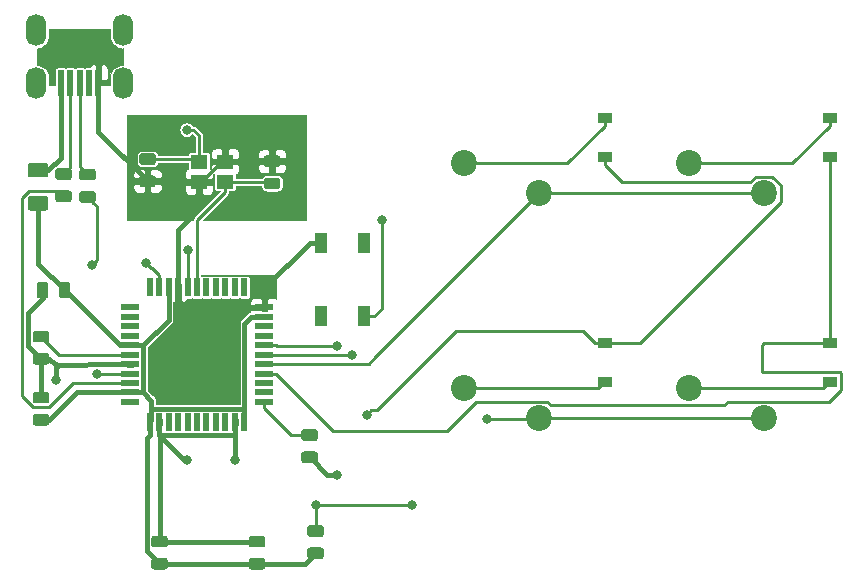
<source format=gbl>
G04 #@! TF.GenerationSoftware,KiCad,Pcbnew,(5.1.5)-3*
G04 #@! TF.CreationDate,2020-04-03T11:19:55-04:00*
G04 #@! TF.ProjectId,Claw10 PCB,436c6177-3130-4205-9043-422e6b696361,rev?*
G04 #@! TF.SameCoordinates,Original*
G04 #@! TF.FileFunction,Copper,L2,Bot*
G04 #@! TF.FilePolarity,Positive*
%FSLAX46Y46*%
G04 Gerber Fmt 4.6, Leading zero omitted, Abs format (unit mm)*
G04 Created by KiCad (PCBNEW (5.1.5)-3) date 2020-04-03 11:19:55*
%MOMM*%
%LPD*%
G04 APERTURE LIST*
%ADD10O,1.700000X2.700000*%
%ADD11R,0.500000X2.250000*%
%ADD12R,0.550000X1.500000*%
%ADD13R,1.500000X0.550000*%
%ADD14R,1.400000X1.200000*%
%ADD15R,1.100000X1.800000*%
%ADD16C,0.100000*%
%ADD17C,2.200000*%
%ADD18R,1.200000X0.900000*%
%ADD19C,0.800000*%
%ADD20C,0.381000*%
%ADD21C,0.254000*%
%ADD22C,0.025400*%
G04 APERTURE END LIST*
D10*
X43175000Y-19503000D03*
X50475000Y-19503000D03*
X50475000Y-24003000D03*
X43175000Y-24003000D03*
D11*
X45225000Y-24003000D03*
X46025000Y-24003000D03*
X46825000Y-24003000D03*
X47625000Y-24003000D03*
X48425000Y-24003000D03*
D12*
X52769000Y-52690000D03*
X53569000Y-52690000D03*
X54369000Y-52690000D03*
X55169000Y-52690000D03*
X55969000Y-52690000D03*
X56769000Y-52690000D03*
X57569000Y-52690000D03*
X58369000Y-52690000D03*
X59169000Y-52690000D03*
X59969000Y-52690000D03*
X60769000Y-52690000D03*
D13*
X62469000Y-50990000D03*
X62469000Y-50190000D03*
X62469000Y-49390000D03*
X62469000Y-48590000D03*
X62469000Y-47790000D03*
X62469000Y-46990000D03*
X62469000Y-46190000D03*
X62469000Y-45390000D03*
X62469000Y-44590000D03*
X62469000Y-43790000D03*
X62469000Y-42990000D03*
D12*
X60769000Y-41290000D03*
X59969000Y-41290000D03*
X59169000Y-41290000D03*
X58369000Y-41290000D03*
X57569000Y-41290000D03*
X56769000Y-41290000D03*
X55969000Y-41290000D03*
X55169000Y-41290000D03*
X54369000Y-41290000D03*
X53569000Y-41290000D03*
X52769000Y-41290000D03*
D13*
X51069000Y-42990000D03*
X51069000Y-43790000D03*
X51069000Y-44590000D03*
X51069000Y-45390000D03*
X51069000Y-46190000D03*
X51069000Y-46990000D03*
X51069000Y-47790000D03*
X51069000Y-48590000D03*
X51069000Y-49390000D03*
X51069000Y-50190000D03*
X51069000Y-50990000D03*
D14*
X59139000Y-30646000D03*
X56939000Y-30646000D03*
X56939000Y-32346000D03*
X59139000Y-32346000D03*
D15*
X67238000Y-43740000D03*
X70938000Y-37540000D03*
X70938000Y-43740000D03*
X67238000Y-37540000D03*
G04 #@! TA.AperFunction,SMDPad,CuDef*
D16*
G36*
X66774142Y-53313174D02*
G01*
X66797803Y-53316684D01*
X66821007Y-53322496D01*
X66843529Y-53330554D01*
X66865153Y-53340782D01*
X66885670Y-53353079D01*
X66904883Y-53367329D01*
X66922607Y-53383393D01*
X66938671Y-53401117D01*
X66952921Y-53420330D01*
X66965218Y-53440847D01*
X66975446Y-53462471D01*
X66983504Y-53484993D01*
X66989316Y-53508197D01*
X66992826Y-53531858D01*
X66994000Y-53555750D01*
X66994000Y-54043250D01*
X66992826Y-54067142D01*
X66989316Y-54090803D01*
X66983504Y-54114007D01*
X66975446Y-54136529D01*
X66965218Y-54158153D01*
X66952921Y-54178670D01*
X66938671Y-54197883D01*
X66922607Y-54215607D01*
X66904883Y-54231671D01*
X66885670Y-54245921D01*
X66865153Y-54258218D01*
X66843529Y-54268446D01*
X66821007Y-54276504D01*
X66797803Y-54282316D01*
X66774142Y-54285826D01*
X66750250Y-54287000D01*
X65837750Y-54287000D01*
X65813858Y-54285826D01*
X65790197Y-54282316D01*
X65766993Y-54276504D01*
X65744471Y-54268446D01*
X65722847Y-54258218D01*
X65702330Y-54245921D01*
X65683117Y-54231671D01*
X65665393Y-54215607D01*
X65649329Y-54197883D01*
X65635079Y-54178670D01*
X65622782Y-54158153D01*
X65612554Y-54136529D01*
X65604496Y-54114007D01*
X65598684Y-54090803D01*
X65595174Y-54067142D01*
X65594000Y-54043250D01*
X65594000Y-53555750D01*
X65595174Y-53531858D01*
X65598684Y-53508197D01*
X65604496Y-53484993D01*
X65612554Y-53462471D01*
X65622782Y-53440847D01*
X65635079Y-53420330D01*
X65649329Y-53401117D01*
X65665393Y-53383393D01*
X65683117Y-53367329D01*
X65702330Y-53353079D01*
X65722847Y-53340782D01*
X65744471Y-53330554D01*
X65766993Y-53322496D01*
X65790197Y-53316684D01*
X65813858Y-53313174D01*
X65837750Y-53312000D01*
X66750250Y-53312000D01*
X66774142Y-53313174D01*
G37*
G04 #@! TD.AperFunction*
G04 #@! TA.AperFunction,SMDPad,CuDef*
G36*
X66774142Y-55188174D02*
G01*
X66797803Y-55191684D01*
X66821007Y-55197496D01*
X66843529Y-55205554D01*
X66865153Y-55215782D01*
X66885670Y-55228079D01*
X66904883Y-55242329D01*
X66922607Y-55258393D01*
X66938671Y-55276117D01*
X66952921Y-55295330D01*
X66965218Y-55315847D01*
X66975446Y-55337471D01*
X66983504Y-55359993D01*
X66989316Y-55383197D01*
X66992826Y-55406858D01*
X66994000Y-55430750D01*
X66994000Y-55918250D01*
X66992826Y-55942142D01*
X66989316Y-55965803D01*
X66983504Y-55989007D01*
X66975446Y-56011529D01*
X66965218Y-56033153D01*
X66952921Y-56053670D01*
X66938671Y-56072883D01*
X66922607Y-56090607D01*
X66904883Y-56106671D01*
X66885670Y-56120921D01*
X66865153Y-56133218D01*
X66843529Y-56143446D01*
X66821007Y-56151504D01*
X66797803Y-56157316D01*
X66774142Y-56160826D01*
X66750250Y-56162000D01*
X65837750Y-56162000D01*
X65813858Y-56160826D01*
X65790197Y-56157316D01*
X65766993Y-56151504D01*
X65744471Y-56143446D01*
X65722847Y-56133218D01*
X65702330Y-56120921D01*
X65683117Y-56106671D01*
X65665393Y-56090607D01*
X65649329Y-56072883D01*
X65635079Y-56053670D01*
X65622782Y-56033153D01*
X65612554Y-56011529D01*
X65604496Y-55989007D01*
X65598684Y-55965803D01*
X65595174Y-55942142D01*
X65594000Y-55918250D01*
X65594000Y-55430750D01*
X65595174Y-55406858D01*
X65598684Y-55383197D01*
X65604496Y-55359993D01*
X65612554Y-55337471D01*
X65622782Y-55315847D01*
X65635079Y-55295330D01*
X65649329Y-55276117D01*
X65665393Y-55258393D01*
X65683117Y-55242329D01*
X65702330Y-55228079D01*
X65722847Y-55215782D01*
X65744471Y-55205554D01*
X65766993Y-55197496D01*
X65790197Y-55191684D01*
X65813858Y-55188174D01*
X65837750Y-55187000D01*
X66750250Y-55187000D01*
X66774142Y-55188174D01*
G37*
G04 #@! TD.AperFunction*
G04 #@! TA.AperFunction,SMDPad,CuDef*
G36*
X67282142Y-61441174D02*
G01*
X67305803Y-61444684D01*
X67329007Y-61450496D01*
X67351529Y-61458554D01*
X67373153Y-61468782D01*
X67393670Y-61481079D01*
X67412883Y-61495329D01*
X67430607Y-61511393D01*
X67446671Y-61529117D01*
X67460921Y-61548330D01*
X67473218Y-61568847D01*
X67483446Y-61590471D01*
X67491504Y-61612993D01*
X67497316Y-61636197D01*
X67500826Y-61659858D01*
X67502000Y-61683750D01*
X67502000Y-62171250D01*
X67500826Y-62195142D01*
X67497316Y-62218803D01*
X67491504Y-62242007D01*
X67483446Y-62264529D01*
X67473218Y-62286153D01*
X67460921Y-62306670D01*
X67446671Y-62325883D01*
X67430607Y-62343607D01*
X67412883Y-62359671D01*
X67393670Y-62373921D01*
X67373153Y-62386218D01*
X67351529Y-62396446D01*
X67329007Y-62404504D01*
X67305803Y-62410316D01*
X67282142Y-62413826D01*
X67258250Y-62415000D01*
X66345750Y-62415000D01*
X66321858Y-62413826D01*
X66298197Y-62410316D01*
X66274993Y-62404504D01*
X66252471Y-62396446D01*
X66230847Y-62386218D01*
X66210330Y-62373921D01*
X66191117Y-62359671D01*
X66173393Y-62343607D01*
X66157329Y-62325883D01*
X66143079Y-62306670D01*
X66130782Y-62286153D01*
X66120554Y-62264529D01*
X66112496Y-62242007D01*
X66106684Y-62218803D01*
X66103174Y-62195142D01*
X66102000Y-62171250D01*
X66102000Y-61683750D01*
X66103174Y-61659858D01*
X66106684Y-61636197D01*
X66112496Y-61612993D01*
X66120554Y-61590471D01*
X66130782Y-61568847D01*
X66143079Y-61548330D01*
X66157329Y-61529117D01*
X66173393Y-61511393D01*
X66191117Y-61495329D01*
X66210330Y-61481079D01*
X66230847Y-61468782D01*
X66252471Y-61458554D01*
X66274993Y-61450496D01*
X66298197Y-61444684D01*
X66321858Y-61441174D01*
X66345750Y-61440000D01*
X67258250Y-61440000D01*
X67282142Y-61441174D01*
G37*
G04 #@! TD.AperFunction*
G04 #@! TA.AperFunction,SMDPad,CuDef*
G36*
X67282142Y-63316174D02*
G01*
X67305803Y-63319684D01*
X67329007Y-63325496D01*
X67351529Y-63333554D01*
X67373153Y-63343782D01*
X67393670Y-63356079D01*
X67412883Y-63370329D01*
X67430607Y-63386393D01*
X67446671Y-63404117D01*
X67460921Y-63423330D01*
X67473218Y-63443847D01*
X67483446Y-63465471D01*
X67491504Y-63487993D01*
X67497316Y-63511197D01*
X67500826Y-63534858D01*
X67502000Y-63558750D01*
X67502000Y-64046250D01*
X67500826Y-64070142D01*
X67497316Y-64093803D01*
X67491504Y-64117007D01*
X67483446Y-64139529D01*
X67473218Y-64161153D01*
X67460921Y-64181670D01*
X67446671Y-64200883D01*
X67430607Y-64218607D01*
X67412883Y-64234671D01*
X67393670Y-64248921D01*
X67373153Y-64261218D01*
X67351529Y-64271446D01*
X67329007Y-64279504D01*
X67305803Y-64285316D01*
X67282142Y-64288826D01*
X67258250Y-64290000D01*
X66345750Y-64290000D01*
X66321858Y-64288826D01*
X66298197Y-64285316D01*
X66274993Y-64279504D01*
X66252471Y-64271446D01*
X66230847Y-64261218D01*
X66210330Y-64248921D01*
X66191117Y-64234671D01*
X66173393Y-64218607D01*
X66157329Y-64200883D01*
X66143079Y-64181670D01*
X66130782Y-64161153D01*
X66120554Y-64139529D01*
X66112496Y-64117007D01*
X66106684Y-64093803D01*
X66103174Y-64070142D01*
X66102000Y-64046250D01*
X66102000Y-63558750D01*
X66103174Y-63534858D01*
X66106684Y-63511197D01*
X66112496Y-63487993D01*
X66120554Y-63465471D01*
X66130782Y-63443847D01*
X66143079Y-63423330D01*
X66157329Y-63404117D01*
X66173393Y-63386393D01*
X66191117Y-63370329D01*
X66210330Y-63356079D01*
X66230847Y-63343782D01*
X66252471Y-63333554D01*
X66274993Y-63325496D01*
X66298197Y-63319684D01*
X66321858Y-63316174D01*
X66345750Y-63315000D01*
X67258250Y-63315000D01*
X67282142Y-63316174D01*
G37*
G04 #@! TD.AperFunction*
G04 #@! TA.AperFunction,SMDPad,CuDef*
G36*
X47978142Y-31263674D02*
G01*
X48001803Y-31267184D01*
X48025007Y-31272996D01*
X48047529Y-31281054D01*
X48069153Y-31291282D01*
X48089670Y-31303579D01*
X48108883Y-31317829D01*
X48126607Y-31333893D01*
X48142671Y-31351617D01*
X48156921Y-31370830D01*
X48169218Y-31391347D01*
X48179446Y-31412971D01*
X48187504Y-31435493D01*
X48193316Y-31458697D01*
X48196826Y-31482358D01*
X48198000Y-31506250D01*
X48198000Y-31993750D01*
X48196826Y-32017642D01*
X48193316Y-32041303D01*
X48187504Y-32064507D01*
X48179446Y-32087029D01*
X48169218Y-32108653D01*
X48156921Y-32129170D01*
X48142671Y-32148383D01*
X48126607Y-32166107D01*
X48108883Y-32182171D01*
X48089670Y-32196421D01*
X48069153Y-32208718D01*
X48047529Y-32218946D01*
X48025007Y-32227004D01*
X48001803Y-32232816D01*
X47978142Y-32236326D01*
X47954250Y-32237500D01*
X47041750Y-32237500D01*
X47017858Y-32236326D01*
X46994197Y-32232816D01*
X46970993Y-32227004D01*
X46948471Y-32218946D01*
X46926847Y-32208718D01*
X46906330Y-32196421D01*
X46887117Y-32182171D01*
X46869393Y-32166107D01*
X46853329Y-32148383D01*
X46839079Y-32129170D01*
X46826782Y-32108653D01*
X46816554Y-32087029D01*
X46808496Y-32064507D01*
X46802684Y-32041303D01*
X46799174Y-32017642D01*
X46798000Y-31993750D01*
X46798000Y-31506250D01*
X46799174Y-31482358D01*
X46802684Y-31458697D01*
X46808496Y-31435493D01*
X46816554Y-31412971D01*
X46826782Y-31391347D01*
X46839079Y-31370830D01*
X46853329Y-31351617D01*
X46869393Y-31333893D01*
X46887117Y-31317829D01*
X46906330Y-31303579D01*
X46926847Y-31291282D01*
X46948471Y-31281054D01*
X46970993Y-31272996D01*
X46994197Y-31267184D01*
X47017858Y-31263674D01*
X47041750Y-31262500D01*
X47954250Y-31262500D01*
X47978142Y-31263674D01*
G37*
G04 #@! TD.AperFunction*
G04 #@! TA.AperFunction,SMDPad,CuDef*
G36*
X47978142Y-33138674D02*
G01*
X48001803Y-33142184D01*
X48025007Y-33147996D01*
X48047529Y-33156054D01*
X48069153Y-33166282D01*
X48089670Y-33178579D01*
X48108883Y-33192829D01*
X48126607Y-33208893D01*
X48142671Y-33226617D01*
X48156921Y-33245830D01*
X48169218Y-33266347D01*
X48179446Y-33287971D01*
X48187504Y-33310493D01*
X48193316Y-33333697D01*
X48196826Y-33357358D01*
X48198000Y-33381250D01*
X48198000Y-33868750D01*
X48196826Y-33892642D01*
X48193316Y-33916303D01*
X48187504Y-33939507D01*
X48179446Y-33962029D01*
X48169218Y-33983653D01*
X48156921Y-34004170D01*
X48142671Y-34023383D01*
X48126607Y-34041107D01*
X48108883Y-34057171D01*
X48089670Y-34071421D01*
X48069153Y-34083718D01*
X48047529Y-34093946D01*
X48025007Y-34102004D01*
X48001803Y-34107816D01*
X47978142Y-34111326D01*
X47954250Y-34112500D01*
X47041750Y-34112500D01*
X47017858Y-34111326D01*
X46994197Y-34107816D01*
X46970993Y-34102004D01*
X46948471Y-34093946D01*
X46926847Y-34083718D01*
X46906330Y-34071421D01*
X46887117Y-34057171D01*
X46869393Y-34041107D01*
X46853329Y-34023383D01*
X46839079Y-34004170D01*
X46826782Y-33983653D01*
X46816554Y-33962029D01*
X46808496Y-33939507D01*
X46802684Y-33916303D01*
X46799174Y-33892642D01*
X46798000Y-33868750D01*
X46798000Y-33381250D01*
X46799174Y-33357358D01*
X46802684Y-33333697D01*
X46808496Y-33310493D01*
X46816554Y-33287971D01*
X46826782Y-33266347D01*
X46839079Y-33245830D01*
X46853329Y-33226617D01*
X46869393Y-33208893D01*
X46887117Y-33192829D01*
X46906330Y-33178579D01*
X46926847Y-33166282D01*
X46948471Y-33156054D01*
X46970993Y-33147996D01*
X46994197Y-33142184D01*
X47017858Y-33138674D01*
X47041750Y-33137500D01*
X47954250Y-33137500D01*
X47978142Y-33138674D01*
G37*
G04 #@! TD.AperFunction*
G04 #@! TA.AperFunction,SMDPad,CuDef*
G36*
X45946142Y-31215174D02*
G01*
X45969803Y-31218684D01*
X45993007Y-31224496D01*
X46015529Y-31232554D01*
X46037153Y-31242782D01*
X46057670Y-31255079D01*
X46076883Y-31269329D01*
X46094607Y-31285393D01*
X46110671Y-31303117D01*
X46124921Y-31322330D01*
X46137218Y-31342847D01*
X46147446Y-31364471D01*
X46155504Y-31386993D01*
X46161316Y-31410197D01*
X46164826Y-31433858D01*
X46166000Y-31457750D01*
X46166000Y-31945250D01*
X46164826Y-31969142D01*
X46161316Y-31992803D01*
X46155504Y-32016007D01*
X46147446Y-32038529D01*
X46137218Y-32060153D01*
X46124921Y-32080670D01*
X46110671Y-32099883D01*
X46094607Y-32117607D01*
X46076883Y-32133671D01*
X46057670Y-32147921D01*
X46037153Y-32160218D01*
X46015529Y-32170446D01*
X45993007Y-32178504D01*
X45969803Y-32184316D01*
X45946142Y-32187826D01*
X45922250Y-32189000D01*
X45009750Y-32189000D01*
X44985858Y-32187826D01*
X44962197Y-32184316D01*
X44938993Y-32178504D01*
X44916471Y-32170446D01*
X44894847Y-32160218D01*
X44874330Y-32147921D01*
X44855117Y-32133671D01*
X44837393Y-32117607D01*
X44821329Y-32099883D01*
X44807079Y-32080670D01*
X44794782Y-32060153D01*
X44784554Y-32038529D01*
X44776496Y-32016007D01*
X44770684Y-31992803D01*
X44767174Y-31969142D01*
X44766000Y-31945250D01*
X44766000Y-31457750D01*
X44767174Y-31433858D01*
X44770684Y-31410197D01*
X44776496Y-31386993D01*
X44784554Y-31364471D01*
X44794782Y-31342847D01*
X44807079Y-31322330D01*
X44821329Y-31303117D01*
X44837393Y-31285393D01*
X44855117Y-31269329D01*
X44874330Y-31255079D01*
X44894847Y-31242782D01*
X44916471Y-31232554D01*
X44938993Y-31224496D01*
X44962197Y-31218684D01*
X44985858Y-31215174D01*
X45009750Y-31214000D01*
X45922250Y-31214000D01*
X45946142Y-31215174D01*
G37*
G04 #@! TD.AperFunction*
G04 #@! TA.AperFunction,SMDPad,CuDef*
G36*
X45946142Y-33090174D02*
G01*
X45969803Y-33093684D01*
X45993007Y-33099496D01*
X46015529Y-33107554D01*
X46037153Y-33117782D01*
X46057670Y-33130079D01*
X46076883Y-33144329D01*
X46094607Y-33160393D01*
X46110671Y-33178117D01*
X46124921Y-33197330D01*
X46137218Y-33217847D01*
X46147446Y-33239471D01*
X46155504Y-33261993D01*
X46161316Y-33285197D01*
X46164826Y-33308858D01*
X46166000Y-33332750D01*
X46166000Y-33820250D01*
X46164826Y-33844142D01*
X46161316Y-33867803D01*
X46155504Y-33891007D01*
X46147446Y-33913529D01*
X46137218Y-33935153D01*
X46124921Y-33955670D01*
X46110671Y-33974883D01*
X46094607Y-33992607D01*
X46076883Y-34008671D01*
X46057670Y-34022921D01*
X46037153Y-34035218D01*
X46015529Y-34045446D01*
X45993007Y-34053504D01*
X45969803Y-34059316D01*
X45946142Y-34062826D01*
X45922250Y-34064000D01*
X45009750Y-34064000D01*
X44985858Y-34062826D01*
X44962197Y-34059316D01*
X44938993Y-34053504D01*
X44916471Y-34045446D01*
X44894847Y-34035218D01*
X44874330Y-34022921D01*
X44855117Y-34008671D01*
X44837393Y-33992607D01*
X44821329Y-33974883D01*
X44807079Y-33955670D01*
X44794782Y-33935153D01*
X44784554Y-33913529D01*
X44776496Y-33891007D01*
X44770684Y-33867803D01*
X44767174Y-33844142D01*
X44766000Y-33820250D01*
X44766000Y-33332750D01*
X44767174Y-33308858D01*
X44770684Y-33285197D01*
X44776496Y-33261993D01*
X44784554Y-33239471D01*
X44794782Y-33217847D01*
X44807079Y-33197330D01*
X44821329Y-33178117D01*
X44837393Y-33160393D01*
X44855117Y-33144329D01*
X44874330Y-33130079D01*
X44894847Y-33117782D01*
X44916471Y-33107554D01*
X44938993Y-33099496D01*
X44962197Y-33093684D01*
X44985858Y-33090174D01*
X45009750Y-33089000D01*
X45922250Y-33089000D01*
X45946142Y-33090174D01*
G37*
G04 #@! TD.AperFunction*
D17*
X98425000Y-49847500D03*
X104775000Y-52387500D03*
X79375000Y-49847500D03*
X85725000Y-52387500D03*
X98425000Y-30797500D03*
X104775000Y-33337500D03*
X79375000Y-30797500D03*
X85725000Y-33337500D03*
G04 #@! TA.AperFunction,SMDPad,CuDef*
D16*
G36*
X43956504Y-30739204D02*
G01*
X43980773Y-30742804D01*
X44004571Y-30748765D01*
X44027671Y-30757030D01*
X44049849Y-30767520D01*
X44070893Y-30780133D01*
X44090598Y-30794747D01*
X44108777Y-30811223D01*
X44125253Y-30829402D01*
X44139867Y-30849107D01*
X44152480Y-30870151D01*
X44162970Y-30892329D01*
X44171235Y-30915429D01*
X44177196Y-30939227D01*
X44180796Y-30963496D01*
X44182000Y-30988000D01*
X44182000Y-31738000D01*
X44180796Y-31762504D01*
X44177196Y-31786773D01*
X44171235Y-31810571D01*
X44162970Y-31833671D01*
X44152480Y-31855849D01*
X44139867Y-31876893D01*
X44125253Y-31896598D01*
X44108777Y-31914777D01*
X44090598Y-31931253D01*
X44070893Y-31945867D01*
X44049849Y-31958480D01*
X44027671Y-31968970D01*
X44004571Y-31977235D01*
X43980773Y-31983196D01*
X43956504Y-31986796D01*
X43932000Y-31988000D01*
X42682000Y-31988000D01*
X42657496Y-31986796D01*
X42633227Y-31983196D01*
X42609429Y-31977235D01*
X42586329Y-31968970D01*
X42564151Y-31958480D01*
X42543107Y-31945867D01*
X42523402Y-31931253D01*
X42505223Y-31914777D01*
X42488747Y-31896598D01*
X42474133Y-31876893D01*
X42461520Y-31855849D01*
X42451030Y-31833671D01*
X42442765Y-31810571D01*
X42436804Y-31786773D01*
X42433204Y-31762504D01*
X42432000Y-31738000D01*
X42432000Y-30988000D01*
X42433204Y-30963496D01*
X42436804Y-30939227D01*
X42442765Y-30915429D01*
X42451030Y-30892329D01*
X42461520Y-30870151D01*
X42474133Y-30849107D01*
X42488747Y-30829402D01*
X42505223Y-30811223D01*
X42523402Y-30794747D01*
X42543107Y-30780133D01*
X42564151Y-30767520D01*
X42586329Y-30757030D01*
X42609429Y-30748765D01*
X42633227Y-30742804D01*
X42657496Y-30739204D01*
X42682000Y-30738000D01*
X43932000Y-30738000D01*
X43956504Y-30739204D01*
G37*
G04 #@! TD.AperFunction*
G04 #@! TA.AperFunction,SMDPad,CuDef*
G36*
X43956504Y-33539204D02*
G01*
X43980773Y-33542804D01*
X44004571Y-33548765D01*
X44027671Y-33557030D01*
X44049849Y-33567520D01*
X44070893Y-33580133D01*
X44090598Y-33594747D01*
X44108777Y-33611223D01*
X44125253Y-33629402D01*
X44139867Y-33649107D01*
X44152480Y-33670151D01*
X44162970Y-33692329D01*
X44171235Y-33715429D01*
X44177196Y-33739227D01*
X44180796Y-33763496D01*
X44182000Y-33788000D01*
X44182000Y-34538000D01*
X44180796Y-34562504D01*
X44177196Y-34586773D01*
X44171235Y-34610571D01*
X44162970Y-34633671D01*
X44152480Y-34655849D01*
X44139867Y-34676893D01*
X44125253Y-34696598D01*
X44108777Y-34714777D01*
X44090598Y-34731253D01*
X44070893Y-34745867D01*
X44049849Y-34758480D01*
X44027671Y-34768970D01*
X44004571Y-34777235D01*
X43980773Y-34783196D01*
X43956504Y-34786796D01*
X43932000Y-34788000D01*
X42682000Y-34788000D01*
X42657496Y-34786796D01*
X42633227Y-34783196D01*
X42609429Y-34777235D01*
X42586329Y-34768970D01*
X42564151Y-34758480D01*
X42543107Y-34745867D01*
X42523402Y-34731253D01*
X42505223Y-34714777D01*
X42488747Y-34696598D01*
X42474133Y-34676893D01*
X42461520Y-34655849D01*
X42451030Y-34633671D01*
X42442765Y-34610571D01*
X42436804Y-34586773D01*
X42433204Y-34562504D01*
X42432000Y-34538000D01*
X42432000Y-33788000D01*
X42433204Y-33763496D01*
X42436804Y-33739227D01*
X42442765Y-33715429D01*
X42451030Y-33692329D01*
X42461520Y-33670151D01*
X42474133Y-33649107D01*
X42488747Y-33629402D01*
X42505223Y-33611223D01*
X42523402Y-33594747D01*
X42543107Y-33580133D01*
X42564151Y-33567520D01*
X42586329Y-33557030D01*
X42609429Y-33548765D01*
X42633227Y-33542804D01*
X42657496Y-33539204D01*
X42682000Y-33538000D01*
X43932000Y-33538000D01*
X43956504Y-33539204D01*
G37*
G04 #@! TD.AperFunction*
D18*
X110331250Y-49275000D03*
X110331250Y-45975000D03*
X91281250Y-49275000D03*
X91281250Y-45975000D03*
X110331250Y-26925000D03*
X110331250Y-30225000D03*
X91281250Y-26925000D03*
X91281250Y-30225000D03*
G04 #@! TA.AperFunction,SMDPad,CuDef*
D16*
G36*
X54074142Y-62330174D02*
G01*
X54097803Y-62333684D01*
X54121007Y-62339496D01*
X54143529Y-62347554D01*
X54165153Y-62357782D01*
X54185670Y-62370079D01*
X54204883Y-62384329D01*
X54222607Y-62400393D01*
X54238671Y-62418117D01*
X54252921Y-62437330D01*
X54265218Y-62457847D01*
X54275446Y-62479471D01*
X54283504Y-62501993D01*
X54289316Y-62525197D01*
X54292826Y-62548858D01*
X54294000Y-62572750D01*
X54294000Y-63060250D01*
X54292826Y-63084142D01*
X54289316Y-63107803D01*
X54283504Y-63131007D01*
X54275446Y-63153529D01*
X54265218Y-63175153D01*
X54252921Y-63195670D01*
X54238671Y-63214883D01*
X54222607Y-63232607D01*
X54204883Y-63248671D01*
X54185670Y-63262921D01*
X54165153Y-63275218D01*
X54143529Y-63285446D01*
X54121007Y-63293504D01*
X54097803Y-63299316D01*
X54074142Y-63302826D01*
X54050250Y-63304000D01*
X53137750Y-63304000D01*
X53113858Y-63302826D01*
X53090197Y-63299316D01*
X53066993Y-63293504D01*
X53044471Y-63285446D01*
X53022847Y-63275218D01*
X53002330Y-63262921D01*
X52983117Y-63248671D01*
X52965393Y-63232607D01*
X52949329Y-63214883D01*
X52935079Y-63195670D01*
X52922782Y-63175153D01*
X52912554Y-63153529D01*
X52904496Y-63131007D01*
X52898684Y-63107803D01*
X52895174Y-63084142D01*
X52894000Y-63060250D01*
X52894000Y-62572750D01*
X52895174Y-62548858D01*
X52898684Y-62525197D01*
X52904496Y-62501993D01*
X52912554Y-62479471D01*
X52922782Y-62457847D01*
X52935079Y-62437330D01*
X52949329Y-62418117D01*
X52965393Y-62400393D01*
X52983117Y-62384329D01*
X53002330Y-62370079D01*
X53022847Y-62357782D01*
X53044471Y-62347554D01*
X53066993Y-62339496D01*
X53090197Y-62333684D01*
X53113858Y-62330174D01*
X53137750Y-62329000D01*
X54050250Y-62329000D01*
X54074142Y-62330174D01*
G37*
G04 #@! TD.AperFunction*
G04 #@! TA.AperFunction,SMDPad,CuDef*
G36*
X54074142Y-64205174D02*
G01*
X54097803Y-64208684D01*
X54121007Y-64214496D01*
X54143529Y-64222554D01*
X54165153Y-64232782D01*
X54185670Y-64245079D01*
X54204883Y-64259329D01*
X54222607Y-64275393D01*
X54238671Y-64293117D01*
X54252921Y-64312330D01*
X54265218Y-64332847D01*
X54275446Y-64354471D01*
X54283504Y-64376993D01*
X54289316Y-64400197D01*
X54292826Y-64423858D01*
X54294000Y-64447750D01*
X54294000Y-64935250D01*
X54292826Y-64959142D01*
X54289316Y-64982803D01*
X54283504Y-65006007D01*
X54275446Y-65028529D01*
X54265218Y-65050153D01*
X54252921Y-65070670D01*
X54238671Y-65089883D01*
X54222607Y-65107607D01*
X54204883Y-65123671D01*
X54185670Y-65137921D01*
X54165153Y-65150218D01*
X54143529Y-65160446D01*
X54121007Y-65168504D01*
X54097803Y-65174316D01*
X54074142Y-65177826D01*
X54050250Y-65179000D01*
X53137750Y-65179000D01*
X53113858Y-65177826D01*
X53090197Y-65174316D01*
X53066993Y-65168504D01*
X53044471Y-65160446D01*
X53022847Y-65150218D01*
X53002330Y-65137921D01*
X52983117Y-65123671D01*
X52965393Y-65107607D01*
X52949329Y-65089883D01*
X52935079Y-65070670D01*
X52922782Y-65050153D01*
X52912554Y-65028529D01*
X52904496Y-65006007D01*
X52898684Y-64982803D01*
X52895174Y-64959142D01*
X52894000Y-64935250D01*
X52894000Y-64447750D01*
X52895174Y-64423858D01*
X52898684Y-64400197D01*
X52904496Y-64376993D01*
X52912554Y-64354471D01*
X52922782Y-64332847D01*
X52935079Y-64312330D01*
X52949329Y-64293117D01*
X52965393Y-64275393D01*
X52983117Y-64259329D01*
X53002330Y-64245079D01*
X53022847Y-64232782D01*
X53044471Y-64222554D01*
X53066993Y-64214496D01*
X53090197Y-64208684D01*
X53113858Y-64205174D01*
X53137750Y-64204000D01*
X54050250Y-64204000D01*
X54074142Y-64205174D01*
G37*
G04 #@! TD.AperFunction*
G04 #@! TA.AperFunction,SMDPad,CuDef*
G36*
X44041142Y-46854674D02*
G01*
X44064803Y-46858184D01*
X44088007Y-46863996D01*
X44110529Y-46872054D01*
X44132153Y-46882282D01*
X44152670Y-46894579D01*
X44171883Y-46908829D01*
X44189607Y-46924893D01*
X44205671Y-46942617D01*
X44219921Y-46961830D01*
X44232218Y-46982347D01*
X44242446Y-47003971D01*
X44250504Y-47026493D01*
X44256316Y-47049697D01*
X44259826Y-47073358D01*
X44261000Y-47097250D01*
X44261000Y-47584750D01*
X44259826Y-47608642D01*
X44256316Y-47632303D01*
X44250504Y-47655507D01*
X44242446Y-47678029D01*
X44232218Y-47699653D01*
X44219921Y-47720170D01*
X44205671Y-47739383D01*
X44189607Y-47757107D01*
X44171883Y-47773171D01*
X44152670Y-47787421D01*
X44132153Y-47799718D01*
X44110529Y-47809946D01*
X44088007Y-47818004D01*
X44064803Y-47823816D01*
X44041142Y-47827326D01*
X44017250Y-47828500D01*
X43104750Y-47828500D01*
X43080858Y-47827326D01*
X43057197Y-47823816D01*
X43033993Y-47818004D01*
X43011471Y-47809946D01*
X42989847Y-47799718D01*
X42969330Y-47787421D01*
X42950117Y-47773171D01*
X42932393Y-47757107D01*
X42916329Y-47739383D01*
X42902079Y-47720170D01*
X42889782Y-47699653D01*
X42879554Y-47678029D01*
X42871496Y-47655507D01*
X42865684Y-47632303D01*
X42862174Y-47608642D01*
X42861000Y-47584750D01*
X42861000Y-47097250D01*
X42862174Y-47073358D01*
X42865684Y-47049697D01*
X42871496Y-47026493D01*
X42879554Y-47003971D01*
X42889782Y-46982347D01*
X42902079Y-46961830D01*
X42916329Y-46942617D01*
X42932393Y-46924893D01*
X42950117Y-46908829D01*
X42969330Y-46894579D01*
X42989847Y-46882282D01*
X43011471Y-46872054D01*
X43033993Y-46863996D01*
X43057197Y-46858184D01*
X43080858Y-46854674D01*
X43104750Y-46853500D01*
X44017250Y-46853500D01*
X44041142Y-46854674D01*
G37*
G04 #@! TD.AperFunction*
G04 #@! TA.AperFunction,SMDPad,CuDef*
G36*
X44041142Y-44979674D02*
G01*
X44064803Y-44983184D01*
X44088007Y-44988996D01*
X44110529Y-44997054D01*
X44132153Y-45007282D01*
X44152670Y-45019579D01*
X44171883Y-45033829D01*
X44189607Y-45049893D01*
X44205671Y-45067617D01*
X44219921Y-45086830D01*
X44232218Y-45107347D01*
X44242446Y-45128971D01*
X44250504Y-45151493D01*
X44256316Y-45174697D01*
X44259826Y-45198358D01*
X44261000Y-45222250D01*
X44261000Y-45709750D01*
X44259826Y-45733642D01*
X44256316Y-45757303D01*
X44250504Y-45780507D01*
X44242446Y-45803029D01*
X44232218Y-45824653D01*
X44219921Y-45845170D01*
X44205671Y-45864383D01*
X44189607Y-45882107D01*
X44171883Y-45898171D01*
X44152670Y-45912421D01*
X44132153Y-45924718D01*
X44110529Y-45934946D01*
X44088007Y-45943004D01*
X44064803Y-45948816D01*
X44041142Y-45952326D01*
X44017250Y-45953500D01*
X43104750Y-45953500D01*
X43080858Y-45952326D01*
X43057197Y-45948816D01*
X43033993Y-45943004D01*
X43011471Y-45934946D01*
X42989847Y-45924718D01*
X42969330Y-45912421D01*
X42950117Y-45898171D01*
X42932393Y-45882107D01*
X42916329Y-45864383D01*
X42902079Y-45845170D01*
X42889782Y-45824653D01*
X42879554Y-45803029D01*
X42871496Y-45780507D01*
X42865684Y-45757303D01*
X42862174Y-45733642D01*
X42861000Y-45709750D01*
X42861000Y-45222250D01*
X42862174Y-45198358D01*
X42865684Y-45174697D01*
X42871496Y-45151493D01*
X42879554Y-45128971D01*
X42889782Y-45107347D01*
X42902079Y-45086830D01*
X42916329Y-45067617D01*
X42932393Y-45049893D01*
X42950117Y-45033829D01*
X42969330Y-45019579D01*
X42989847Y-45007282D01*
X43011471Y-44997054D01*
X43033993Y-44988996D01*
X43057197Y-44983184D01*
X43080858Y-44979674D01*
X43104750Y-44978500D01*
X44017250Y-44978500D01*
X44041142Y-44979674D01*
G37*
G04 #@! TD.AperFunction*
G04 #@! TA.AperFunction,SMDPad,CuDef*
G36*
X43955642Y-40830174D02*
G01*
X43979303Y-40833684D01*
X44002507Y-40839496D01*
X44025029Y-40847554D01*
X44046653Y-40857782D01*
X44067170Y-40870079D01*
X44086383Y-40884329D01*
X44104107Y-40900393D01*
X44120171Y-40918117D01*
X44134421Y-40937330D01*
X44146718Y-40957847D01*
X44156946Y-40979471D01*
X44165004Y-41001993D01*
X44170816Y-41025197D01*
X44174326Y-41048858D01*
X44175500Y-41072750D01*
X44175500Y-41985250D01*
X44174326Y-42009142D01*
X44170816Y-42032803D01*
X44165004Y-42056007D01*
X44156946Y-42078529D01*
X44146718Y-42100153D01*
X44134421Y-42120670D01*
X44120171Y-42139883D01*
X44104107Y-42157607D01*
X44086383Y-42173671D01*
X44067170Y-42187921D01*
X44046653Y-42200218D01*
X44025029Y-42210446D01*
X44002507Y-42218504D01*
X43979303Y-42224316D01*
X43955642Y-42227826D01*
X43931750Y-42229000D01*
X43444250Y-42229000D01*
X43420358Y-42227826D01*
X43396697Y-42224316D01*
X43373493Y-42218504D01*
X43350971Y-42210446D01*
X43329347Y-42200218D01*
X43308830Y-42187921D01*
X43289617Y-42173671D01*
X43271893Y-42157607D01*
X43255829Y-42139883D01*
X43241579Y-42120670D01*
X43229282Y-42100153D01*
X43219054Y-42078529D01*
X43210996Y-42056007D01*
X43205184Y-42032803D01*
X43201674Y-42009142D01*
X43200500Y-41985250D01*
X43200500Y-41072750D01*
X43201674Y-41048858D01*
X43205184Y-41025197D01*
X43210996Y-41001993D01*
X43219054Y-40979471D01*
X43229282Y-40957847D01*
X43241579Y-40937330D01*
X43255829Y-40918117D01*
X43271893Y-40900393D01*
X43289617Y-40884329D01*
X43308830Y-40870079D01*
X43329347Y-40857782D01*
X43350971Y-40847554D01*
X43373493Y-40839496D01*
X43396697Y-40833684D01*
X43420358Y-40830174D01*
X43444250Y-40829000D01*
X43931750Y-40829000D01*
X43955642Y-40830174D01*
G37*
G04 #@! TD.AperFunction*
G04 #@! TA.AperFunction,SMDPad,CuDef*
G36*
X45830642Y-40830174D02*
G01*
X45854303Y-40833684D01*
X45877507Y-40839496D01*
X45900029Y-40847554D01*
X45921653Y-40857782D01*
X45942170Y-40870079D01*
X45961383Y-40884329D01*
X45979107Y-40900393D01*
X45995171Y-40918117D01*
X46009421Y-40937330D01*
X46021718Y-40957847D01*
X46031946Y-40979471D01*
X46040004Y-41001993D01*
X46045816Y-41025197D01*
X46049326Y-41048858D01*
X46050500Y-41072750D01*
X46050500Y-41985250D01*
X46049326Y-42009142D01*
X46045816Y-42032803D01*
X46040004Y-42056007D01*
X46031946Y-42078529D01*
X46021718Y-42100153D01*
X46009421Y-42120670D01*
X45995171Y-42139883D01*
X45979107Y-42157607D01*
X45961383Y-42173671D01*
X45942170Y-42187921D01*
X45921653Y-42200218D01*
X45900029Y-42210446D01*
X45877507Y-42218504D01*
X45854303Y-42224316D01*
X45830642Y-42227826D01*
X45806750Y-42229000D01*
X45319250Y-42229000D01*
X45295358Y-42227826D01*
X45271697Y-42224316D01*
X45248493Y-42218504D01*
X45225971Y-42210446D01*
X45204347Y-42200218D01*
X45183830Y-42187921D01*
X45164617Y-42173671D01*
X45146893Y-42157607D01*
X45130829Y-42139883D01*
X45116579Y-42120670D01*
X45104282Y-42100153D01*
X45094054Y-42078529D01*
X45085996Y-42056007D01*
X45080184Y-42032803D01*
X45076674Y-42009142D01*
X45075500Y-41985250D01*
X45075500Y-41072750D01*
X45076674Y-41048858D01*
X45080184Y-41025197D01*
X45085996Y-41001993D01*
X45094054Y-40979471D01*
X45104282Y-40957847D01*
X45116579Y-40937330D01*
X45130829Y-40918117D01*
X45146893Y-40900393D01*
X45164617Y-40884329D01*
X45183830Y-40870079D01*
X45204347Y-40857782D01*
X45225971Y-40847554D01*
X45248493Y-40839496D01*
X45271697Y-40833684D01*
X45295358Y-40830174D01*
X45319250Y-40829000D01*
X45806750Y-40829000D01*
X45830642Y-40830174D01*
G37*
G04 #@! TD.AperFunction*
G04 #@! TA.AperFunction,SMDPad,CuDef*
G36*
X62329142Y-62330174D02*
G01*
X62352803Y-62333684D01*
X62376007Y-62339496D01*
X62398529Y-62347554D01*
X62420153Y-62357782D01*
X62440670Y-62370079D01*
X62459883Y-62384329D01*
X62477607Y-62400393D01*
X62493671Y-62418117D01*
X62507921Y-62437330D01*
X62520218Y-62457847D01*
X62530446Y-62479471D01*
X62538504Y-62501993D01*
X62544316Y-62525197D01*
X62547826Y-62548858D01*
X62549000Y-62572750D01*
X62549000Y-63060250D01*
X62547826Y-63084142D01*
X62544316Y-63107803D01*
X62538504Y-63131007D01*
X62530446Y-63153529D01*
X62520218Y-63175153D01*
X62507921Y-63195670D01*
X62493671Y-63214883D01*
X62477607Y-63232607D01*
X62459883Y-63248671D01*
X62440670Y-63262921D01*
X62420153Y-63275218D01*
X62398529Y-63285446D01*
X62376007Y-63293504D01*
X62352803Y-63299316D01*
X62329142Y-63302826D01*
X62305250Y-63304000D01*
X61392750Y-63304000D01*
X61368858Y-63302826D01*
X61345197Y-63299316D01*
X61321993Y-63293504D01*
X61299471Y-63285446D01*
X61277847Y-63275218D01*
X61257330Y-63262921D01*
X61238117Y-63248671D01*
X61220393Y-63232607D01*
X61204329Y-63214883D01*
X61190079Y-63195670D01*
X61177782Y-63175153D01*
X61167554Y-63153529D01*
X61159496Y-63131007D01*
X61153684Y-63107803D01*
X61150174Y-63084142D01*
X61149000Y-63060250D01*
X61149000Y-62572750D01*
X61150174Y-62548858D01*
X61153684Y-62525197D01*
X61159496Y-62501993D01*
X61167554Y-62479471D01*
X61177782Y-62457847D01*
X61190079Y-62437330D01*
X61204329Y-62418117D01*
X61220393Y-62400393D01*
X61238117Y-62384329D01*
X61257330Y-62370079D01*
X61277847Y-62357782D01*
X61299471Y-62347554D01*
X61321993Y-62339496D01*
X61345197Y-62333684D01*
X61368858Y-62330174D01*
X61392750Y-62329000D01*
X62305250Y-62329000D01*
X62329142Y-62330174D01*
G37*
G04 #@! TD.AperFunction*
G04 #@! TA.AperFunction,SMDPad,CuDef*
G36*
X62329142Y-64205174D02*
G01*
X62352803Y-64208684D01*
X62376007Y-64214496D01*
X62398529Y-64222554D01*
X62420153Y-64232782D01*
X62440670Y-64245079D01*
X62459883Y-64259329D01*
X62477607Y-64275393D01*
X62493671Y-64293117D01*
X62507921Y-64312330D01*
X62520218Y-64332847D01*
X62530446Y-64354471D01*
X62538504Y-64376993D01*
X62544316Y-64400197D01*
X62547826Y-64423858D01*
X62549000Y-64447750D01*
X62549000Y-64935250D01*
X62547826Y-64959142D01*
X62544316Y-64982803D01*
X62538504Y-65006007D01*
X62530446Y-65028529D01*
X62520218Y-65050153D01*
X62507921Y-65070670D01*
X62493671Y-65089883D01*
X62477607Y-65107607D01*
X62459883Y-65123671D01*
X62440670Y-65137921D01*
X62420153Y-65150218D01*
X62398529Y-65160446D01*
X62376007Y-65168504D01*
X62352803Y-65174316D01*
X62329142Y-65177826D01*
X62305250Y-65179000D01*
X61392750Y-65179000D01*
X61368858Y-65177826D01*
X61345197Y-65174316D01*
X61321993Y-65168504D01*
X61299471Y-65160446D01*
X61277847Y-65150218D01*
X61257330Y-65137921D01*
X61238117Y-65123671D01*
X61220393Y-65107607D01*
X61204329Y-65089883D01*
X61190079Y-65070670D01*
X61177782Y-65050153D01*
X61167554Y-65028529D01*
X61159496Y-65006007D01*
X61153684Y-64982803D01*
X61150174Y-64959142D01*
X61149000Y-64935250D01*
X61149000Y-64447750D01*
X61150174Y-64423858D01*
X61153684Y-64400197D01*
X61159496Y-64376993D01*
X61167554Y-64354471D01*
X61177782Y-64332847D01*
X61190079Y-64312330D01*
X61204329Y-64293117D01*
X61220393Y-64275393D01*
X61238117Y-64259329D01*
X61257330Y-64245079D01*
X61277847Y-64232782D01*
X61299471Y-64222554D01*
X61321993Y-64214496D01*
X61345197Y-64208684D01*
X61368858Y-64205174D01*
X61392750Y-64204000D01*
X62305250Y-64204000D01*
X62329142Y-64205174D01*
G37*
G04 #@! TD.AperFunction*
G04 #@! TA.AperFunction,SMDPad,CuDef*
G36*
X53058142Y-31820174D02*
G01*
X53081803Y-31823684D01*
X53105007Y-31829496D01*
X53127529Y-31837554D01*
X53149153Y-31847782D01*
X53169670Y-31860079D01*
X53188883Y-31874329D01*
X53206607Y-31890393D01*
X53222671Y-31908117D01*
X53236921Y-31927330D01*
X53249218Y-31947847D01*
X53259446Y-31969471D01*
X53267504Y-31991993D01*
X53273316Y-32015197D01*
X53276826Y-32038858D01*
X53278000Y-32062750D01*
X53278000Y-32550250D01*
X53276826Y-32574142D01*
X53273316Y-32597803D01*
X53267504Y-32621007D01*
X53259446Y-32643529D01*
X53249218Y-32665153D01*
X53236921Y-32685670D01*
X53222671Y-32704883D01*
X53206607Y-32722607D01*
X53188883Y-32738671D01*
X53169670Y-32752921D01*
X53149153Y-32765218D01*
X53127529Y-32775446D01*
X53105007Y-32783504D01*
X53081803Y-32789316D01*
X53058142Y-32792826D01*
X53034250Y-32794000D01*
X52121750Y-32794000D01*
X52097858Y-32792826D01*
X52074197Y-32789316D01*
X52050993Y-32783504D01*
X52028471Y-32775446D01*
X52006847Y-32765218D01*
X51986330Y-32752921D01*
X51967117Y-32738671D01*
X51949393Y-32722607D01*
X51933329Y-32704883D01*
X51919079Y-32685670D01*
X51906782Y-32665153D01*
X51896554Y-32643529D01*
X51888496Y-32621007D01*
X51882684Y-32597803D01*
X51879174Y-32574142D01*
X51878000Y-32550250D01*
X51878000Y-32062750D01*
X51879174Y-32038858D01*
X51882684Y-32015197D01*
X51888496Y-31991993D01*
X51896554Y-31969471D01*
X51906782Y-31947847D01*
X51919079Y-31927330D01*
X51933329Y-31908117D01*
X51949393Y-31890393D01*
X51967117Y-31874329D01*
X51986330Y-31860079D01*
X52006847Y-31847782D01*
X52028471Y-31837554D01*
X52050993Y-31829496D01*
X52074197Y-31823684D01*
X52097858Y-31820174D01*
X52121750Y-31819000D01*
X53034250Y-31819000D01*
X53058142Y-31820174D01*
G37*
G04 #@! TD.AperFunction*
G04 #@! TA.AperFunction,SMDPad,CuDef*
G36*
X53058142Y-29945174D02*
G01*
X53081803Y-29948684D01*
X53105007Y-29954496D01*
X53127529Y-29962554D01*
X53149153Y-29972782D01*
X53169670Y-29985079D01*
X53188883Y-29999329D01*
X53206607Y-30015393D01*
X53222671Y-30033117D01*
X53236921Y-30052330D01*
X53249218Y-30072847D01*
X53259446Y-30094471D01*
X53267504Y-30116993D01*
X53273316Y-30140197D01*
X53276826Y-30163858D01*
X53278000Y-30187750D01*
X53278000Y-30675250D01*
X53276826Y-30699142D01*
X53273316Y-30722803D01*
X53267504Y-30746007D01*
X53259446Y-30768529D01*
X53249218Y-30790153D01*
X53236921Y-30810670D01*
X53222671Y-30829883D01*
X53206607Y-30847607D01*
X53188883Y-30863671D01*
X53169670Y-30877921D01*
X53149153Y-30890218D01*
X53127529Y-30900446D01*
X53105007Y-30908504D01*
X53081803Y-30914316D01*
X53058142Y-30917826D01*
X53034250Y-30919000D01*
X52121750Y-30919000D01*
X52097858Y-30917826D01*
X52074197Y-30914316D01*
X52050993Y-30908504D01*
X52028471Y-30900446D01*
X52006847Y-30890218D01*
X51986330Y-30877921D01*
X51967117Y-30863671D01*
X51949393Y-30847607D01*
X51933329Y-30829883D01*
X51919079Y-30810670D01*
X51906782Y-30790153D01*
X51896554Y-30768529D01*
X51888496Y-30746007D01*
X51882684Y-30722803D01*
X51879174Y-30699142D01*
X51878000Y-30675250D01*
X51878000Y-30187750D01*
X51879174Y-30163858D01*
X51882684Y-30140197D01*
X51888496Y-30116993D01*
X51896554Y-30094471D01*
X51906782Y-30072847D01*
X51919079Y-30052330D01*
X51933329Y-30033117D01*
X51949393Y-30015393D01*
X51967117Y-29999329D01*
X51986330Y-29985079D01*
X52006847Y-29972782D01*
X52028471Y-29962554D01*
X52050993Y-29954496D01*
X52074197Y-29948684D01*
X52097858Y-29945174D01*
X52121750Y-29944000D01*
X53034250Y-29944000D01*
X53058142Y-29945174D01*
G37*
G04 #@! TD.AperFunction*
G04 #@! TA.AperFunction,SMDPad,CuDef*
G36*
X63599142Y-31995674D02*
G01*
X63622803Y-31999184D01*
X63646007Y-32004996D01*
X63668529Y-32013054D01*
X63690153Y-32023282D01*
X63710670Y-32035579D01*
X63729883Y-32049829D01*
X63747607Y-32065893D01*
X63763671Y-32083617D01*
X63777921Y-32102830D01*
X63790218Y-32123347D01*
X63800446Y-32144971D01*
X63808504Y-32167493D01*
X63814316Y-32190697D01*
X63817826Y-32214358D01*
X63819000Y-32238250D01*
X63819000Y-32725750D01*
X63817826Y-32749642D01*
X63814316Y-32773303D01*
X63808504Y-32796507D01*
X63800446Y-32819029D01*
X63790218Y-32840653D01*
X63777921Y-32861170D01*
X63763671Y-32880383D01*
X63747607Y-32898107D01*
X63729883Y-32914171D01*
X63710670Y-32928421D01*
X63690153Y-32940718D01*
X63668529Y-32950946D01*
X63646007Y-32959004D01*
X63622803Y-32964816D01*
X63599142Y-32968326D01*
X63575250Y-32969500D01*
X62662750Y-32969500D01*
X62638858Y-32968326D01*
X62615197Y-32964816D01*
X62591993Y-32959004D01*
X62569471Y-32950946D01*
X62547847Y-32940718D01*
X62527330Y-32928421D01*
X62508117Y-32914171D01*
X62490393Y-32898107D01*
X62474329Y-32880383D01*
X62460079Y-32861170D01*
X62447782Y-32840653D01*
X62437554Y-32819029D01*
X62429496Y-32796507D01*
X62423684Y-32773303D01*
X62420174Y-32749642D01*
X62419000Y-32725750D01*
X62419000Y-32238250D01*
X62420174Y-32214358D01*
X62423684Y-32190697D01*
X62429496Y-32167493D01*
X62437554Y-32144971D01*
X62447782Y-32123347D01*
X62460079Y-32102830D01*
X62474329Y-32083617D01*
X62490393Y-32065893D01*
X62508117Y-32049829D01*
X62527330Y-32035579D01*
X62547847Y-32023282D01*
X62569471Y-32013054D01*
X62591993Y-32004996D01*
X62615197Y-31999184D01*
X62638858Y-31995674D01*
X62662750Y-31994500D01*
X63575250Y-31994500D01*
X63599142Y-31995674D01*
G37*
G04 #@! TD.AperFunction*
G04 #@! TA.AperFunction,SMDPad,CuDef*
G36*
X63599142Y-30120674D02*
G01*
X63622803Y-30124184D01*
X63646007Y-30129996D01*
X63668529Y-30138054D01*
X63690153Y-30148282D01*
X63710670Y-30160579D01*
X63729883Y-30174829D01*
X63747607Y-30190893D01*
X63763671Y-30208617D01*
X63777921Y-30227830D01*
X63790218Y-30248347D01*
X63800446Y-30269971D01*
X63808504Y-30292493D01*
X63814316Y-30315697D01*
X63817826Y-30339358D01*
X63819000Y-30363250D01*
X63819000Y-30850750D01*
X63817826Y-30874642D01*
X63814316Y-30898303D01*
X63808504Y-30921507D01*
X63800446Y-30944029D01*
X63790218Y-30965653D01*
X63777921Y-30986170D01*
X63763671Y-31005383D01*
X63747607Y-31023107D01*
X63729883Y-31039171D01*
X63710670Y-31053421D01*
X63690153Y-31065718D01*
X63668529Y-31075946D01*
X63646007Y-31084004D01*
X63622803Y-31089816D01*
X63599142Y-31093326D01*
X63575250Y-31094500D01*
X62662750Y-31094500D01*
X62638858Y-31093326D01*
X62615197Y-31089816D01*
X62591993Y-31084004D01*
X62569471Y-31075946D01*
X62547847Y-31065718D01*
X62527330Y-31053421D01*
X62508117Y-31039171D01*
X62490393Y-31023107D01*
X62474329Y-31005383D01*
X62460079Y-30986170D01*
X62447782Y-30965653D01*
X62437554Y-30944029D01*
X62429496Y-30921507D01*
X62423684Y-30898303D01*
X62420174Y-30874642D01*
X62419000Y-30850750D01*
X62419000Y-30363250D01*
X62420174Y-30339358D01*
X62423684Y-30315697D01*
X62429496Y-30292493D01*
X62437554Y-30269971D01*
X62447782Y-30248347D01*
X62460079Y-30227830D01*
X62474329Y-30208617D01*
X62490393Y-30190893D01*
X62508117Y-30174829D01*
X62527330Y-30160579D01*
X62547847Y-30148282D01*
X62569471Y-30138054D01*
X62591993Y-30129996D01*
X62615197Y-30124184D01*
X62638858Y-30120674D01*
X62662750Y-30119500D01*
X63575250Y-30119500D01*
X63599142Y-30120674D01*
G37*
G04 #@! TD.AperFunction*
G04 #@! TA.AperFunction,SMDPad,CuDef*
G36*
X44041142Y-50138174D02*
G01*
X44064803Y-50141684D01*
X44088007Y-50147496D01*
X44110529Y-50155554D01*
X44132153Y-50165782D01*
X44152670Y-50178079D01*
X44171883Y-50192329D01*
X44189607Y-50208393D01*
X44205671Y-50226117D01*
X44219921Y-50245330D01*
X44232218Y-50265847D01*
X44242446Y-50287471D01*
X44250504Y-50309993D01*
X44256316Y-50333197D01*
X44259826Y-50356858D01*
X44261000Y-50380750D01*
X44261000Y-50868250D01*
X44259826Y-50892142D01*
X44256316Y-50915803D01*
X44250504Y-50939007D01*
X44242446Y-50961529D01*
X44232218Y-50983153D01*
X44219921Y-51003670D01*
X44205671Y-51022883D01*
X44189607Y-51040607D01*
X44171883Y-51056671D01*
X44152670Y-51070921D01*
X44132153Y-51083218D01*
X44110529Y-51093446D01*
X44088007Y-51101504D01*
X44064803Y-51107316D01*
X44041142Y-51110826D01*
X44017250Y-51112000D01*
X43104750Y-51112000D01*
X43080858Y-51110826D01*
X43057197Y-51107316D01*
X43033993Y-51101504D01*
X43011471Y-51093446D01*
X42989847Y-51083218D01*
X42969330Y-51070921D01*
X42950117Y-51056671D01*
X42932393Y-51040607D01*
X42916329Y-51022883D01*
X42902079Y-51003670D01*
X42889782Y-50983153D01*
X42879554Y-50961529D01*
X42871496Y-50939007D01*
X42865684Y-50915803D01*
X42862174Y-50892142D01*
X42861000Y-50868250D01*
X42861000Y-50380750D01*
X42862174Y-50356858D01*
X42865684Y-50333197D01*
X42871496Y-50309993D01*
X42879554Y-50287471D01*
X42889782Y-50265847D01*
X42902079Y-50245330D01*
X42916329Y-50226117D01*
X42932393Y-50208393D01*
X42950117Y-50192329D01*
X42969330Y-50178079D01*
X42989847Y-50165782D01*
X43011471Y-50155554D01*
X43033993Y-50147496D01*
X43057197Y-50141684D01*
X43080858Y-50138174D01*
X43104750Y-50137000D01*
X44017250Y-50137000D01*
X44041142Y-50138174D01*
G37*
G04 #@! TD.AperFunction*
G04 #@! TA.AperFunction,SMDPad,CuDef*
G36*
X44041142Y-52013174D02*
G01*
X44064803Y-52016684D01*
X44088007Y-52022496D01*
X44110529Y-52030554D01*
X44132153Y-52040782D01*
X44152670Y-52053079D01*
X44171883Y-52067329D01*
X44189607Y-52083393D01*
X44205671Y-52101117D01*
X44219921Y-52120330D01*
X44232218Y-52140847D01*
X44242446Y-52162471D01*
X44250504Y-52184993D01*
X44256316Y-52208197D01*
X44259826Y-52231858D01*
X44261000Y-52255750D01*
X44261000Y-52743250D01*
X44259826Y-52767142D01*
X44256316Y-52790803D01*
X44250504Y-52814007D01*
X44242446Y-52836529D01*
X44232218Y-52858153D01*
X44219921Y-52878670D01*
X44205671Y-52897883D01*
X44189607Y-52915607D01*
X44171883Y-52931671D01*
X44152670Y-52945921D01*
X44132153Y-52958218D01*
X44110529Y-52968446D01*
X44088007Y-52976504D01*
X44064803Y-52982316D01*
X44041142Y-52985826D01*
X44017250Y-52987000D01*
X43104750Y-52987000D01*
X43080858Y-52985826D01*
X43057197Y-52982316D01*
X43033993Y-52976504D01*
X43011471Y-52968446D01*
X42989847Y-52958218D01*
X42969330Y-52945921D01*
X42950117Y-52931671D01*
X42932393Y-52915607D01*
X42916329Y-52897883D01*
X42902079Y-52878670D01*
X42889782Y-52858153D01*
X42879554Y-52836529D01*
X42871496Y-52814007D01*
X42865684Y-52790803D01*
X42862174Y-52767142D01*
X42861000Y-52743250D01*
X42861000Y-52255750D01*
X42862174Y-52231858D01*
X42865684Y-52208197D01*
X42871496Y-52184993D01*
X42879554Y-52162471D01*
X42889782Y-52140847D01*
X42902079Y-52120330D01*
X42916329Y-52101117D01*
X42932393Y-52083393D01*
X42950117Y-52067329D01*
X42969330Y-52053079D01*
X42989847Y-52040782D01*
X43011471Y-52030554D01*
X43033993Y-52022496D01*
X43057197Y-52016684D01*
X43080858Y-52013174D01*
X43104750Y-52012000D01*
X44017250Y-52012000D01*
X44041142Y-52013174D01*
G37*
G04 #@! TD.AperFunction*
D19*
X55880000Y-55880000D03*
X44831000Y-49149000D03*
X59944000Y-55880000D03*
X68580000Y-57150000D03*
X54610000Y-49530000D03*
X56007000Y-38100000D03*
X55880000Y-27940000D03*
X68580000Y-46228000D03*
X71120000Y-52070000D03*
X69850000Y-46990000D03*
X81280000Y-52451000D03*
X48260000Y-48663000D03*
X47879000Y-39370000D03*
X66802000Y-59690000D03*
X52451000Y-39243000D03*
X72390000Y-35560000D03*
X74930000Y-59690000D03*
D20*
X63080000Y-30646000D02*
X63119000Y-30607000D01*
X59139000Y-30646000D02*
X63080000Y-30646000D01*
X48425000Y-28153500D02*
X52578000Y-32306500D01*
X48425000Y-24003000D02*
X48425000Y-28153500D01*
X56899500Y-32306500D02*
X56939000Y-32346000D01*
X52578000Y-32306500D02*
X56899500Y-32306500D01*
X57136098Y-32346000D02*
X56939000Y-32346000D01*
D21*
X58836098Y-30646000D02*
X57136098Y-32346000D01*
D20*
X59139000Y-30646000D02*
X58836098Y-30646000D01*
X43075473Y-46855473D02*
X43561000Y-47341000D01*
X42470490Y-46250490D02*
X43075473Y-46855473D01*
X42470490Y-43446510D02*
X42470490Y-46250490D01*
X43688000Y-42229000D02*
X42470490Y-43446510D01*
X43688000Y-41529000D02*
X43688000Y-42229000D01*
X43561000Y-47341000D02*
X43561000Y-50624500D01*
X49938000Y-47790000D02*
X51069000Y-47790000D01*
X44261000Y-47341000D02*
X44710000Y-47790000D01*
X43561000Y-47341000D02*
X44261000Y-47341000D01*
X61338000Y-42990000D02*
X62469000Y-42990000D01*
X55738000Y-42990000D02*
X61338000Y-42990000D01*
X55169000Y-42421000D02*
X55738000Y-42990000D01*
X55169000Y-41290000D02*
X55169000Y-42421000D01*
X59959499Y-53830501D02*
X59969000Y-53821000D01*
X59969000Y-53821000D02*
X59969000Y-52690000D01*
X53578501Y-53830501D02*
X59959499Y-53830501D01*
X53569000Y-53821000D02*
X53578501Y-53830501D01*
X53569000Y-52690000D02*
X53569000Y-53821000D01*
X53594000Y-53846000D02*
X53594000Y-62816500D01*
X53569000Y-53821000D02*
X53594000Y-53846000D01*
X61149000Y-62816500D02*
X53594000Y-62816500D01*
X61849000Y-62816500D02*
X61149000Y-62816500D01*
X53569000Y-53821000D02*
X55628000Y-55880000D01*
X55628000Y-55880000D02*
X55880000Y-55880000D01*
X44831000Y-48133000D02*
X45085000Y-47879000D01*
X44831000Y-49149000D02*
X44831000Y-48133000D01*
X44710000Y-47790000D02*
X45085000Y-47879000D01*
X45085000Y-47879000D02*
X49938000Y-47790000D01*
X59959499Y-53830501D02*
X59959499Y-55864501D01*
X59959499Y-55864501D02*
X59944000Y-55880000D01*
X67769500Y-57150000D02*
X66294000Y-55674500D01*
X68580000Y-57150000D02*
X67769500Y-57150000D01*
X55169000Y-40159000D02*
X55169000Y-41290000D01*
X56939000Y-34668132D02*
X55169000Y-36438132D01*
X55169000Y-36438132D02*
X55169000Y-40159000D01*
X56939000Y-32346000D02*
X56939000Y-34668132D01*
X55738000Y-42990000D02*
X55738000Y-48275000D01*
X55738000Y-48275000D02*
X54610000Y-49403000D01*
X54610000Y-49403000D02*
X54610000Y-49530000D01*
X66307000Y-37540000D02*
X67238000Y-37540000D01*
X62469000Y-41378000D02*
X66307000Y-37540000D01*
X62469000Y-42990000D02*
X62469000Y-41378000D01*
X43307000Y-39273000D02*
X45563000Y-41529000D01*
X43307000Y-34163000D02*
X43307000Y-39273000D01*
X49938000Y-50190000D02*
X51069000Y-50190000D01*
X44261000Y-52499500D02*
X46570500Y-50190000D01*
X46570500Y-50190000D02*
X49938000Y-50190000D01*
X43561000Y-52499500D02*
X44261000Y-52499500D01*
X60759499Y-51549499D02*
X60769000Y-51559000D01*
X52981599Y-51549499D02*
X60759499Y-51549499D01*
X52903499Y-51627599D02*
X52981599Y-51549499D01*
X52903499Y-52555501D02*
X52903499Y-51627599D01*
X60769000Y-51559000D02*
X60769000Y-52690000D01*
X52769000Y-52690000D02*
X52903499Y-52555501D01*
X52200000Y-50190000D02*
X51069000Y-50190000D01*
X52903499Y-50893499D02*
X52200000Y-50190000D01*
X52903499Y-51627599D02*
X52903499Y-50893499D01*
X52200000Y-46190000D02*
X51069000Y-46190000D01*
X52200000Y-49986902D02*
X52209501Y-49977401D01*
X52209501Y-46199501D02*
X52200000Y-46190000D01*
X52209501Y-49977401D02*
X52209501Y-46199501D01*
X52200000Y-50190000D02*
X52200000Y-49986902D01*
X54369000Y-44040002D02*
X54369000Y-41290000D01*
X52209501Y-46199501D02*
X54369000Y-44040002D01*
X61338000Y-43790000D02*
X62469000Y-43790000D01*
X60769000Y-44359000D02*
X61338000Y-43790000D01*
X60769000Y-51559000D02*
X60769000Y-44359000D01*
X53108473Y-64205973D02*
X53594000Y-64691500D01*
X52503490Y-63600990D02*
X53108473Y-64205973D01*
X52503490Y-54086510D02*
X52503490Y-63600990D01*
X52769000Y-53821000D02*
X52503490Y-54086510D01*
X52769000Y-52690000D02*
X52769000Y-53821000D01*
X53594000Y-64691500D02*
X61849000Y-64691500D01*
X50224000Y-46190000D02*
X51069000Y-46190000D01*
X45563000Y-41529000D02*
X50224000Y-46190000D01*
X65913000Y-64691500D02*
X66802000Y-63802500D01*
X61849000Y-64691500D02*
X65913000Y-64691500D01*
D21*
X62983000Y-32346000D02*
X63119000Y-32482000D01*
X59139000Y-32346000D02*
X62983000Y-32346000D01*
X56769000Y-35570000D02*
X56769000Y-41290000D01*
X59139000Y-32346000D02*
X59139000Y-33200000D01*
X59139000Y-33200000D02*
X56769000Y-35570000D01*
X56724500Y-30431500D02*
X56939000Y-30646000D01*
X52578000Y-30431500D02*
X56724500Y-30431500D01*
X55969000Y-41290000D02*
X55969000Y-38138000D01*
X55969000Y-38138000D02*
X56007000Y-38100000D01*
X56939000Y-29792000D02*
X56939000Y-30646000D01*
X56939000Y-28433315D02*
X56939000Y-29792000D01*
X56445685Y-27940000D02*
X56939000Y-28433315D01*
X55880000Y-27940000D02*
X56445685Y-27940000D01*
X45085000Y-46990000D02*
X51069000Y-46990000D01*
X43561000Y-45466000D02*
X45085000Y-46990000D01*
X91281250Y-27629000D02*
X91281250Y-26925000D01*
X88112750Y-30797500D02*
X91281250Y-27629000D01*
X79375000Y-30797500D02*
X88112750Y-30797500D01*
X92135250Y-45975000D02*
X91281250Y-45975000D01*
X94249462Y-45975000D02*
X92135250Y-45975000D01*
X106202001Y-34022461D02*
X94249462Y-45975000D01*
X106202001Y-32652539D02*
X106202001Y-34022461D01*
X103615538Y-32385000D02*
X104090039Y-31910499D01*
X105459961Y-31910499D02*
X106202001Y-32652539D01*
X92737250Y-32385000D02*
X103615538Y-32385000D01*
X91281250Y-30929000D02*
X92737250Y-32385000D01*
X104090039Y-31910499D02*
X105459961Y-31910499D01*
X91281250Y-30225000D02*
X91281250Y-30929000D01*
X63511000Y-46228000D02*
X68580000Y-46228000D01*
X62469000Y-46190000D02*
X63473000Y-46190000D01*
X63473000Y-46190000D02*
X63511000Y-46228000D01*
X90427250Y-45975000D02*
X91281250Y-45975000D01*
X89432749Y-44980499D02*
X90427250Y-45975000D01*
X71519999Y-51670001D02*
X72000537Y-51670001D01*
X71120000Y-52070000D02*
X71519999Y-51670001D01*
X72000537Y-51670001D02*
X78690039Y-44980499D01*
X78690039Y-44980499D02*
X89432749Y-44980499D01*
X110331250Y-27629000D02*
X110331250Y-26925000D01*
X107162750Y-30797500D02*
X110331250Y-27629000D01*
X98425000Y-30797500D02*
X107162750Y-30797500D01*
X110331250Y-45271000D02*
X110331250Y-30225000D01*
X110331250Y-45975000D02*
X110331250Y-45271000D01*
X104777540Y-45975000D02*
X110331250Y-45975000D01*
X104562001Y-46190539D02*
X104777540Y-45975000D01*
X86723963Y-51274501D02*
X101379499Y-51274501D01*
X104587001Y-48497999D02*
X104562001Y-48472999D01*
X101693501Y-50960499D02*
X110284353Y-50960499D01*
X86409961Y-50960499D02*
X86723963Y-51274501D01*
X104562001Y-48472999D02*
X104562001Y-46190539D01*
X80373963Y-50960499D02*
X86409961Y-50960499D01*
X110284353Y-50960499D02*
X111258251Y-49986601D01*
X77918462Y-53416000D02*
X80373963Y-50960499D01*
X101379499Y-51274501D02*
X101693501Y-50960499D01*
X111258251Y-49986601D02*
X111258251Y-48563399D01*
X111258251Y-48563399D02*
X111192851Y-48497999D01*
X111192851Y-48497999D02*
X104587001Y-48497999D01*
X68299000Y-53416000D02*
X77918462Y-53416000D01*
X63473000Y-48590000D02*
X68299000Y-53416000D01*
X62469000Y-48590000D02*
X63473000Y-48590000D01*
X90708750Y-49847500D02*
X91281250Y-49275000D01*
X79375000Y-49847500D02*
X90708750Y-49847500D01*
X109758750Y-49847500D02*
X110331250Y-49275000D01*
X98425000Y-49847500D02*
X109758750Y-49847500D01*
D20*
X44182000Y-31363000D02*
X43307000Y-31363000D01*
X45225000Y-30320000D02*
X44182000Y-31363000D01*
X45225000Y-24003000D02*
X45225000Y-30320000D01*
D21*
X85725000Y-33337500D02*
X104775000Y-33337500D01*
X85725000Y-33337500D02*
X71869499Y-47193001D01*
X63473000Y-47790000D02*
X63511000Y-47752000D01*
X62469000Y-47790000D02*
X63473000Y-47790000D01*
X71310500Y-47752000D02*
X71869499Y-47193001D01*
X63511000Y-47752000D02*
X71310500Y-47752000D01*
X85725000Y-52387500D02*
X104775000Y-52387500D01*
X62469000Y-46990000D02*
X62484000Y-46990000D01*
X62469000Y-46990000D02*
X68893962Y-46990000D01*
X68893962Y-46990000D02*
X69850000Y-46990000D01*
X85661500Y-52451000D02*
X85725000Y-52387500D01*
X81280000Y-52451000D02*
X85661500Y-52451000D01*
X46025000Y-31142500D02*
X45466000Y-31701500D01*
X46025000Y-24003000D02*
X46025000Y-31142500D01*
X46302678Y-49390000D02*
X51069000Y-49390000D01*
X44253668Y-51439010D02*
X46302678Y-49390000D01*
X42868332Y-51439010D02*
X44253668Y-51439010D01*
X44980473Y-33090973D02*
X42563009Y-33090973D01*
X45466000Y-33576500D02*
X44980473Y-33090973D01*
X42563009Y-33090973D02*
X41952980Y-33701002D01*
X41952980Y-33701002D02*
X41952980Y-50523658D01*
X41952980Y-50523658D02*
X42868332Y-51439010D01*
X46825000Y-31077000D02*
X47498000Y-31750000D01*
X46825000Y-24003000D02*
X46825000Y-31077000D01*
X49992000Y-48663000D02*
X48260000Y-48663000D01*
X51069000Y-48590000D02*
X50065000Y-48590000D01*
X50065000Y-48590000D02*
X49992000Y-48663000D01*
X47983527Y-34110527D02*
X47498000Y-33625000D01*
X48278999Y-34405999D02*
X47983527Y-34110527D01*
X48278999Y-38970001D02*
X48278999Y-34405999D01*
X47879000Y-39370000D02*
X48278999Y-38970001D01*
X66802000Y-61927500D02*
X66802000Y-59690000D01*
X52925999Y-39642999D02*
X53569000Y-40286000D01*
X52850999Y-39642999D02*
X52925999Y-39642999D01*
X53569000Y-40286000D02*
X53569000Y-41290000D01*
X52451000Y-39243000D02*
X52850999Y-39642999D01*
X71742000Y-43740000D02*
X72390000Y-43092000D01*
X70938000Y-43740000D02*
X71742000Y-43740000D01*
X72390000Y-43092000D02*
X72390000Y-35560000D01*
X74364315Y-59690000D02*
X66802000Y-59690000D01*
X74930000Y-59690000D02*
X74364315Y-59690000D01*
X62469000Y-51519000D02*
X62469000Y-50990000D01*
X64749500Y-53799500D02*
X62469000Y-51519000D01*
X66294000Y-53799500D02*
X64749500Y-53799500D01*
D22*
G36*
X49412300Y-20055197D02*
G01*
X49427677Y-20211324D01*
X49488444Y-20411644D01*
X49587123Y-20596261D01*
X49719922Y-20758078D01*
X49881739Y-20890877D01*
X50066355Y-20989556D01*
X50266675Y-21050323D01*
X50475000Y-21070841D01*
X50533300Y-21065099D01*
X50533300Y-22440901D01*
X50475000Y-22435159D01*
X50266676Y-22455677D01*
X50066356Y-22516444D01*
X49881740Y-22615123D01*
X49719923Y-22747922D01*
X49587124Y-22909739D01*
X49488445Y-23094355D01*
X49427678Y-23294675D01*
X49412300Y-23450802D01*
X49412300Y-24117300D01*
X48175000Y-24117300D01*
X48175000Y-23761700D01*
X48187700Y-23761700D01*
X48187700Y-22487475D01*
X48662300Y-22487475D01*
X48662300Y-23761700D01*
X49065525Y-23761700D01*
X49195700Y-23631525D01*
X49197749Y-22900164D01*
X49192029Y-22797755D01*
X49166439Y-22698429D01*
X49121964Y-22606005D01*
X49060312Y-22524033D01*
X48983853Y-22455664D01*
X48895524Y-22403524D01*
X48798722Y-22369619D01*
X48792475Y-22357300D01*
X48662300Y-22487475D01*
X48187700Y-22487475D01*
X48057525Y-22357300D01*
X48051278Y-22369619D01*
X47954476Y-22403524D01*
X47866147Y-22455664D01*
X47789688Y-22524033D01*
X47728036Y-22606005D01*
X47699998Y-22664271D01*
X47375000Y-22664271D01*
X47333304Y-22668378D01*
X47293209Y-22680540D01*
X47256259Y-22700291D01*
X47225000Y-22725944D01*
X47193741Y-22700291D01*
X47156791Y-22680540D01*
X47116696Y-22668378D01*
X47075000Y-22664271D01*
X46575000Y-22664271D01*
X46533304Y-22668378D01*
X46493209Y-22680540D01*
X46456259Y-22700291D01*
X46425000Y-22725944D01*
X46393741Y-22700291D01*
X46356791Y-22680540D01*
X46316696Y-22668378D01*
X46275000Y-22664271D01*
X45775000Y-22664271D01*
X45733304Y-22668378D01*
X45693209Y-22680540D01*
X45656259Y-22700291D01*
X45625000Y-22725944D01*
X45593741Y-22700291D01*
X45556791Y-22680540D01*
X45516696Y-22668378D01*
X45475000Y-22664271D01*
X44975000Y-22664271D01*
X44933304Y-22668378D01*
X44893209Y-22680540D01*
X44856259Y-22700291D01*
X44823871Y-22726871D01*
X44797291Y-22759259D01*
X44777540Y-22796209D01*
X44765378Y-22836304D01*
X44761271Y-22878000D01*
X44761271Y-24117300D01*
X44237700Y-24117300D01*
X44237700Y-23450802D01*
X44222323Y-23294675D01*
X44161556Y-23094355D01*
X44062877Y-22909739D01*
X43930078Y-22747922D01*
X43768261Y-22615123D01*
X43583645Y-22516444D01*
X43383325Y-22455677D01*
X43192700Y-22436902D01*
X43192700Y-21069098D01*
X43383324Y-21050323D01*
X43583644Y-20989556D01*
X43768261Y-20890877D01*
X43930078Y-20758078D01*
X44062877Y-20596261D01*
X44161556Y-20411645D01*
X44222323Y-20211325D01*
X44237700Y-20055198D01*
X44237700Y-19443700D01*
X49412300Y-19443700D01*
X49412300Y-20055197D01*
G37*
X49412300Y-20055197D02*
X49427677Y-20211324D01*
X49488444Y-20411644D01*
X49587123Y-20596261D01*
X49719922Y-20758078D01*
X49881739Y-20890877D01*
X50066355Y-20989556D01*
X50266675Y-21050323D01*
X50475000Y-21070841D01*
X50533300Y-21065099D01*
X50533300Y-22440901D01*
X50475000Y-22435159D01*
X50266676Y-22455677D01*
X50066356Y-22516444D01*
X49881740Y-22615123D01*
X49719923Y-22747922D01*
X49587124Y-22909739D01*
X49488445Y-23094355D01*
X49427678Y-23294675D01*
X49412300Y-23450802D01*
X49412300Y-24117300D01*
X48175000Y-24117300D01*
X48175000Y-23761700D01*
X48187700Y-23761700D01*
X48187700Y-22487475D01*
X48662300Y-22487475D01*
X48662300Y-23761700D01*
X49065525Y-23761700D01*
X49195700Y-23631525D01*
X49197749Y-22900164D01*
X49192029Y-22797755D01*
X49166439Y-22698429D01*
X49121964Y-22606005D01*
X49060312Y-22524033D01*
X48983853Y-22455664D01*
X48895524Y-22403524D01*
X48798722Y-22369619D01*
X48792475Y-22357300D01*
X48662300Y-22487475D01*
X48187700Y-22487475D01*
X48057525Y-22357300D01*
X48051278Y-22369619D01*
X47954476Y-22403524D01*
X47866147Y-22455664D01*
X47789688Y-22524033D01*
X47728036Y-22606005D01*
X47699998Y-22664271D01*
X47375000Y-22664271D01*
X47333304Y-22668378D01*
X47293209Y-22680540D01*
X47256259Y-22700291D01*
X47225000Y-22725944D01*
X47193741Y-22700291D01*
X47156791Y-22680540D01*
X47116696Y-22668378D01*
X47075000Y-22664271D01*
X46575000Y-22664271D01*
X46533304Y-22668378D01*
X46493209Y-22680540D01*
X46456259Y-22700291D01*
X46425000Y-22725944D01*
X46393741Y-22700291D01*
X46356791Y-22680540D01*
X46316696Y-22668378D01*
X46275000Y-22664271D01*
X45775000Y-22664271D01*
X45733304Y-22668378D01*
X45693209Y-22680540D01*
X45656259Y-22700291D01*
X45625000Y-22725944D01*
X45593741Y-22700291D01*
X45556791Y-22680540D01*
X45516696Y-22668378D01*
X45475000Y-22664271D01*
X44975000Y-22664271D01*
X44933304Y-22668378D01*
X44893209Y-22680540D01*
X44856259Y-22700291D01*
X44823871Y-22726871D01*
X44797291Y-22759259D01*
X44777540Y-22796209D01*
X44765378Y-22836304D01*
X44761271Y-22878000D01*
X44761271Y-24117300D01*
X44237700Y-24117300D01*
X44237700Y-23450802D01*
X44222323Y-23294675D01*
X44161556Y-23094355D01*
X44062877Y-22909739D01*
X43930078Y-22747922D01*
X43768261Y-22615123D01*
X43583645Y-22516444D01*
X43383325Y-22455677D01*
X43192700Y-22436902D01*
X43192700Y-21069098D01*
X43383324Y-21050323D01*
X43583644Y-20989556D01*
X43768261Y-20890877D01*
X43930078Y-20758078D01*
X44062877Y-20596261D01*
X44161556Y-20411645D01*
X44222323Y-20211325D01*
X44237700Y-20055198D01*
X44237700Y-19443700D01*
X49412300Y-19443700D01*
X49412300Y-20055197D01*
G36*
X66027300Y-35547300D02*
G01*
X57272107Y-35547300D01*
X59367412Y-33451997D01*
X59380366Y-33441366D01*
X59422816Y-33389640D01*
X59454360Y-33330626D01*
X59473784Y-33266593D01*
X59478700Y-33216681D01*
X59478700Y-33216672D01*
X59480342Y-33200001D01*
X59478700Y-33183330D01*
X59478700Y-33159729D01*
X59839000Y-33159729D01*
X59880696Y-33155622D01*
X59920791Y-33143460D01*
X59957741Y-33123709D01*
X59990129Y-33097129D01*
X60016709Y-33064741D01*
X60036460Y-33027791D01*
X60048622Y-32987696D01*
X60052729Y-32946000D01*
X60052729Y-32685700D01*
X62205271Y-32685700D01*
X62205271Y-32725750D01*
X62214061Y-32815000D01*
X62240095Y-32900820D01*
X62282370Y-32979912D01*
X62339263Y-33049237D01*
X62408588Y-33106130D01*
X62487680Y-33148405D01*
X62573500Y-33174439D01*
X62662750Y-33183229D01*
X63575250Y-33183229D01*
X63664500Y-33174439D01*
X63750320Y-33148405D01*
X63829412Y-33106130D01*
X63898737Y-33049237D01*
X63955630Y-32979912D01*
X63997905Y-32900820D01*
X64023939Y-32815000D01*
X64032729Y-32725750D01*
X64032729Y-32238250D01*
X64023939Y-32149000D01*
X63997905Y-32063180D01*
X63955630Y-31984088D01*
X63898737Y-31914763D01*
X63829412Y-31857870D01*
X63750320Y-31815595D01*
X63664500Y-31789561D01*
X63575250Y-31780771D01*
X62662750Y-31780771D01*
X62573500Y-31789561D01*
X62487680Y-31815595D01*
X62408588Y-31857870D01*
X62339263Y-31914763D01*
X62282370Y-31984088D01*
X62270498Y-32006300D01*
X60052729Y-32006300D01*
X60052729Y-31746000D01*
X60050500Y-31723366D01*
X60129685Y-31681041D01*
X60208972Y-31615972D01*
X60274041Y-31536685D01*
X60322391Y-31446227D01*
X60352165Y-31348075D01*
X60362219Y-31246000D01*
X60360550Y-31094500D01*
X61895781Y-31094500D01*
X61905835Y-31196575D01*
X61935609Y-31294727D01*
X61983959Y-31385185D01*
X62049028Y-31464472D01*
X62128315Y-31529541D01*
X62218773Y-31577891D01*
X62316925Y-31607665D01*
X62419000Y-31617719D01*
X62747525Y-31615200D01*
X62877700Y-31485025D01*
X62877700Y-30848300D01*
X63360300Y-30848300D01*
X63360300Y-31485025D01*
X63490475Y-31615200D01*
X63819000Y-31617719D01*
X63921075Y-31607665D01*
X64019227Y-31577891D01*
X64109685Y-31529541D01*
X64188972Y-31464472D01*
X64254041Y-31385185D01*
X64302391Y-31294727D01*
X64332165Y-31196575D01*
X64342219Y-31094500D01*
X64339700Y-30978475D01*
X64209525Y-30848300D01*
X63360300Y-30848300D01*
X62877700Y-30848300D01*
X62028475Y-30848300D01*
X61898300Y-30978475D01*
X61895781Y-31094500D01*
X60360550Y-31094500D01*
X60359700Y-31017475D01*
X60229525Y-30887300D01*
X59380300Y-30887300D01*
X59380300Y-30907300D01*
X58897700Y-30907300D01*
X58897700Y-30887300D01*
X58048475Y-30887300D01*
X57918300Y-31017475D01*
X57915781Y-31246000D01*
X57921762Y-31306724D01*
X57850500Y-31268634D01*
X57852729Y-31246000D01*
X57852729Y-30046000D01*
X57915781Y-30046000D01*
X57918300Y-30274525D01*
X58048475Y-30404700D01*
X58897700Y-30404700D01*
X58897700Y-29655475D01*
X59380300Y-29655475D01*
X59380300Y-30404700D01*
X60229525Y-30404700D01*
X60359700Y-30274525D01*
X60361408Y-30119500D01*
X61895781Y-30119500D01*
X61898300Y-30235525D01*
X62028475Y-30365700D01*
X62877700Y-30365700D01*
X62877700Y-29728975D01*
X63360300Y-29728975D01*
X63360300Y-30365700D01*
X64209525Y-30365700D01*
X64339700Y-30235525D01*
X64342219Y-30119500D01*
X64332165Y-30017425D01*
X64302391Y-29919273D01*
X64254041Y-29828815D01*
X64188972Y-29749528D01*
X64109685Y-29684459D01*
X64019227Y-29636109D01*
X63921075Y-29606335D01*
X63819000Y-29596281D01*
X63490475Y-29598800D01*
X63360300Y-29728975D01*
X62877700Y-29728975D01*
X62747525Y-29598800D01*
X62419000Y-29596281D01*
X62316925Y-29606335D01*
X62218773Y-29636109D01*
X62128315Y-29684459D01*
X62049028Y-29749528D01*
X61983959Y-29828815D01*
X61935609Y-29919273D01*
X61905835Y-30017425D01*
X61895781Y-30119500D01*
X60361408Y-30119500D01*
X60362219Y-30046000D01*
X60352165Y-29943925D01*
X60322391Y-29845773D01*
X60274041Y-29755315D01*
X60208972Y-29676028D01*
X60129685Y-29610959D01*
X60039227Y-29562609D01*
X59941075Y-29532835D01*
X59839000Y-29522781D01*
X59510475Y-29525300D01*
X59380300Y-29655475D01*
X58897700Y-29655475D01*
X58767525Y-29525300D01*
X58439000Y-29522781D01*
X58336925Y-29532835D01*
X58238773Y-29562609D01*
X58148315Y-29610959D01*
X58069028Y-29676028D01*
X58003959Y-29755315D01*
X57955609Y-29845773D01*
X57925835Y-29943925D01*
X57915781Y-30046000D01*
X57852729Y-30046000D01*
X57848622Y-30004304D01*
X57836460Y-29964209D01*
X57816709Y-29927259D01*
X57790129Y-29894871D01*
X57757741Y-29868291D01*
X57720791Y-29848540D01*
X57680696Y-29836378D01*
X57639000Y-29832271D01*
X57278700Y-29832271D01*
X57278700Y-28449996D01*
X57280343Y-28433315D01*
X57273784Y-28366722D01*
X57254360Y-28302689D01*
X57222816Y-28243675D01*
X57180365Y-28191949D01*
X57167411Y-28181318D01*
X56697691Y-27711599D01*
X56687051Y-27698634D01*
X56635325Y-27656184D01*
X56576311Y-27624640D01*
X56512278Y-27605216D01*
X56462366Y-27600300D01*
X56462363Y-27600300D01*
X56445685Y-27598657D01*
X56429007Y-27600300D01*
X56389908Y-27600300D01*
X56355915Y-27549426D01*
X56270574Y-27464085D01*
X56170222Y-27397032D01*
X56058718Y-27350845D01*
X55940346Y-27327300D01*
X55819654Y-27327300D01*
X55701282Y-27350845D01*
X55589778Y-27397032D01*
X55489426Y-27464085D01*
X55404085Y-27549426D01*
X55337032Y-27649778D01*
X55290845Y-27761282D01*
X55267300Y-27879654D01*
X55267300Y-28000346D01*
X55290845Y-28118718D01*
X55337032Y-28230222D01*
X55404085Y-28330574D01*
X55489426Y-28415915D01*
X55589778Y-28482968D01*
X55701282Y-28529155D01*
X55819654Y-28552700D01*
X55940346Y-28552700D01*
X56058718Y-28529155D01*
X56170222Y-28482968D01*
X56270574Y-28415915D01*
X56355883Y-28330606D01*
X56599300Y-28574023D01*
X56599301Y-29775310D01*
X56599300Y-29775320D01*
X56599300Y-29832271D01*
X56239000Y-29832271D01*
X56197304Y-29836378D01*
X56157209Y-29848540D01*
X56120259Y-29868291D01*
X56087871Y-29894871D01*
X56061291Y-29927259D01*
X56041540Y-29964209D01*
X56029378Y-30004304D01*
X56025271Y-30046000D01*
X56025271Y-30091800D01*
X53480907Y-30091800D01*
X53456905Y-30012680D01*
X53414630Y-29933588D01*
X53357737Y-29864263D01*
X53288412Y-29807370D01*
X53209320Y-29765095D01*
X53123500Y-29739061D01*
X53034250Y-29730271D01*
X52121750Y-29730271D01*
X52032500Y-29739061D01*
X51946680Y-29765095D01*
X51867588Y-29807370D01*
X51798263Y-29864263D01*
X51741370Y-29933588D01*
X51699095Y-30012680D01*
X51673061Y-30098500D01*
X51664271Y-30187750D01*
X51664271Y-30675250D01*
X51673061Y-30764500D01*
X51699095Y-30850320D01*
X51741370Y-30929412D01*
X51798263Y-30998737D01*
X51867588Y-31055630D01*
X51946680Y-31097905D01*
X52032500Y-31123939D01*
X52121750Y-31132729D01*
X53034250Y-31132729D01*
X53123500Y-31123939D01*
X53209320Y-31097905D01*
X53288412Y-31055630D01*
X53357737Y-30998737D01*
X53414630Y-30929412D01*
X53456905Y-30850320D01*
X53480907Y-30771200D01*
X56025271Y-30771200D01*
X56025271Y-31246000D01*
X56027500Y-31268634D01*
X55948315Y-31310959D01*
X55869028Y-31376028D01*
X55803959Y-31455315D01*
X55755609Y-31545773D01*
X55725835Y-31643925D01*
X55715781Y-31746000D01*
X55718300Y-31974525D01*
X55848475Y-32104700D01*
X56697700Y-32104700D01*
X56697700Y-32084700D01*
X57180300Y-32084700D01*
X57180300Y-32104700D01*
X58029525Y-32104700D01*
X58159700Y-31974525D01*
X58162219Y-31746000D01*
X58156238Y-31685276D01*
X58227500Y-31723366D01*
X58225271Y-31746000D01*
X58225271Y-32946000D01*
X58229378Y-32987696D01*
X58241540Y-33027791D01*
X58261291Y-33064741D01*
X58287871Y-33097129D01*
X58320259Y-33123709D01*
X58357209Y-33143460D01*
X58397304Y-33155622D01*
X58439000Y-33159729D01*
X58698862Y-33159729D01*
X56540595Y-35317998D01*
X56527634Y-35328635D01*
X56485184Y-35380361D01*
X56453640Y-35439375D01*
X56434216Y-35503408D01*
X56429893Y-35547300D01*
X50812700Y-35547300D01*
X50812700Y-32794000D01*
X51354781Y-32794000D01*
X51364835Y-32896075D01*
X51394609Y-32994227D01*
X51442959Y-33084685D01*
X51508028Y-33163972D01*
X51587315Y-33229041D01*
X51677773Y-33277391D01*
X51775925Y-33307165D01*
X51878000Y-33317219D01*
X52206525Y-33314700D01*
X52336700Y-33184525D01*
X52336700Y-32547800D01*
X52819300Y-32547800D01*
X52819300Y-33184525D01*
X52949475Y-33314700D01*
X53278000Y-33317219D01*
X53380075Y-33307165D01*
X53478227Y-33277391D01*
X53568685Y-33229041D01*
X53647972Y-33163972D01*
X53713041Y-33084685D01*
X53761391Y-32994227D01*
X53776020Y-32946000D01*
X55715781Y-32946000D01*
X55725835Y-33048075D01*
X55755609Y-33146227D01*
X55803959Y-33236685D01*
X55869028Y-33315972D01*
X55948315Y-33381041D01*
X56038773Y-33429391D01*
X56136925Y-33459165D01*
X56239000Y-33469219D01*
X56567525Y-33466700D01*
X56697700Y-33336525D01*
X56697700Y-32587300D01*
X57180300Y-32587300D01*
X57180300Y-33336525D01*
X57310475Y-33466700D01*
X57639000Y-33469219D01*
X57741075Y-33459165D01*
X57839227Y-33429391D01*
X57929685Y-33381041D01*
X58008972Y-33315972D01*
X58074041Y-33236685D01*
X58122391Y-33146227D01*
X58152165Y-33048075D01*
X58162219Y-32946000D01*
X58159700Y-32717475D01*
X58029525Y-32587300D01*
X57180300Y-32587300D01*
X56697700Y-32587300D01*
X55848475Y-32587300D01*
X55718300Y-32717475D01*
X55715781Y-32946000D01*
X53776020Y-32946000D01*
X53791165Y-32896075D01*
X53801219Y-32794000D01*
X53798700Y-32677975D01*
X53668525Y-32547800D01*
X52819300Y-32547800D01*
X52336700Y-32547800D01*
X51487475Y-32547800D01*
X51357300Y-32677975D01*
X51354781Y-32794000D01*
X50812700Y-32794000D01*
X50812700Y-31819000D01*
X51354781Y-31819000D01*
X51357300Y-31935025D01*
X51487475Y-32065200D01*
X52336700Y-32065200D01*
X52336700Y-31428475D01*
X52819300Y-31428475D01*
X52819300Y-32065200D01*
X53668525Y-32065200D01*
X53798700Y-31935025D01*
X53801219Y-31819000D01*
X53791165Y-31716925D01*
X53761391Y-31618773D01*
X53713041Y-31528315D01*
X53647972Y-31449028D01*
X53568685Y-31383959D01*
X53478227Y-31335609D01*
X53380075Y-31305835D01*
X53278000Y-31295781D01*
X52949475Y-31298300D01*
X52819300Y-31428475D01*
X52336700Y-31428475D01*
X52206525Y-31298300D01*
X51878000Y-31295781D01*
X51775925Y-31305835D01*
X51677773Y-31335609D01*
X51587315Y-31383959D01*
X51508028Y-31449028D01*
X51442959Y-31528315D01*
X51394609Y-31618773D01*
X51364835Y-31716925D01*
X51354781Y-31819000D01*
X50812700Y-31819000D01*
X50812700Y-26682700D01*
X66027300Y-26682700D01*
X66027300Y-35547300D01*
G37*
X66027300Y-35547300D02*
X57272107Y-35547300D01*
X59367412Y-33451997D01*
X59380366Y-33441366D01*
X59422816Y-33389640D01*
X59454360Y-33330626D01*
X59473784Y-33266593D01*
X59478700Y-33216681D01*
X59478700Y-33216672D01*
X59480342Y-33200001D01*
X59478700Y-33183330D01*
X59478700Y-33159729D01*
X59839000Y-33159729D01*
X59880696Y-33155622D01*
X59920791Y-33143460D01*
X59957741Y-33123709D01*
X59990129Y-33097129D01*
X60016709Y-33064741D01*
X60036460Y-33027791D01*
X60048622Y-32987696D01*
X60052729Y-32946000D01*
X60052729Y-32685700D01*
X62205271Y-32685700D01*
X62205271Y-32725750D01*
X62214061Y-32815000D01*
X62240095Y-32900820D01*
X62282370Y-32979912D01*
X62339263Y-33049237D01*
X62408588Y-33106130D01*
X62487680Y-33148405D01*
X62573500Y-33174439D01*
X62662750Y-33183229D01*
X63575250Y-33183229D01*
X63664500Y-33174439D01*
X63750320Y-33148405D01*
X63829412Y-33106130D01*
X63898737Y-33049237D01*
X63955630Y-32979912D01*
X63997905Y-32900820D01*
X64023939Y-32815000D01*
X64032729Y-32725750D01*
X64032729Y-32238250D01*
X64023939Y-32149000D01*
X63997905Y-32063180D01*
X63955630Y-31984088D01*
X63898737Y-31914763D01*
X63829412Y-31857870D01*
X63750320Y-31815595D01*
X63664500Y-31789561D01*
X63575250Y-31780771D01*
X62662750Y-31780771D01*
X62573500Y-31789561D01*
X62487680Y-31815595D01*
X62408588Y-31857870D01*
X62339263Y-31914763D01*
X62282370Y-31984088D01*
X62270498Y-32006300D01*
X60052729Y-32006300D01*
X60052729Y-31746000D01*
X60050500Y-31723366D01*
X60129685Y-31681041D01*
X60208972Y-31615972D01*
X60274041Y-31536685D01*
X60322391Y-31446227D01*
X60352165Y-31348075D01*
X60362219Y-31246000D01*
X60360550Y-31094500D01*
X61895781Y-31094500D01*
X61905835Y-31196575D01*
X61935609Y-31294727D01*
X61983959Y-31385185D01*
X62049028Y-31464472D01*
X62128315Y-31529541D01*
X62218773Y-31577891D01*
X62316925Y-31607665D01*
X62419000Y-31617719D01*
X62747525Y-31615200D01*
X62877700Y-31485025D01*
X62877700Y-30848300D01*
X63360300Y-30848300D01*
X63360300Y-31485025D01*
X63490475Y-31615200D01*
X63819000Y-31617719D01*
X63921075Y-31607665D01*
X64019227Y-31577891D01*
X64109685Y-31529541D01*
X64188972Y-31464472D01*
X64254041Y-31385185D01*
X64302391Y-31294727D01*
X64332165Y-31196575D01*
X64342219Y-31094500D01*
X64339700Y-30978475D01*
X64209525Y-30848300D01*
X63360300Y-30848300D01*
X62877700Y-30848300D01*
X62028475Y-30848300D01*
X61898300Y-30978475D01*
X61895781Y-31094500D01*
X60360550Y-31094500D01*
X60359700Y-31017475D01*
X60229525Y-30887300D01*
X59380300Y-30887300D01*
X59380300Y-30907300D01*
X58897700Y-30907300D01*
X58897700Y-30887300D01*
X58048475Y-30887300D01*
X57918300Y-31017475D01*
X57915781Y-31246000D01*
X57921762Y-31306724D01*
X57850500Y-31268634D01*
X57852729Y-31246000D01*
X57852729Y-30046000D01*
X57915781Y-30046000D01*
X57918300Y-30274525D01*
X58048475Y-30404700D01*
X58897700Y-30404700D01*
X58897700Y-29655475D01*
X59380300Y-29655475D01*
X59380300Y-30404700D01*
X60229525Y-30404700D01*
X60359700Y-30274525D01*
X60361408Y-30119500D01*
X61895781Y-30119500D01*
X61898300Y-30235525D01*
X62028475Y-30365700D01*
X62877700Y-30365700D01*
X62877700Y-29728975D01*
X63360300Y-29728975D01*
X63360300Y-30365700D01*
X64209525Y-30365700D01*
X64339700Y-30235525D01*
X64342219Y-30119500D01*
X64332165Y-30017425D01*
X64302391Y-29919273D01*
X64254041Y-29828815D01*
X64188972Y-29749528D01*
X64109685Y-29684459D01*
X64019227Y-29636109D01*
X63921075Y-29606335D01*
X63819000Y-29596281D01*
X63490475Y-29598800D01*
X63360300Y-29728975D01*
X62877700Y-29728975D01*
X62747525Y-29598800D01*
X62419000Y-29596281D01*
X62316925Y-29606335D01*
X62218773Y-29636109D01*
X62128315Y-29684459D01*
X62049028Y-29749528D01*
X61983959Y-29828815D01*
X61935609Y-29919273D01*
X61905835Y-30017425D01*
X61895781Y-30119500D01*
X60361408Y-30119500D01*
X60362219Y-30046000D01*
X60352165Y-29943925D01*
X60322391Y-29845773D01*
X60274041Y-29755315D01*
X60208972Y-29676028D01*
X60129685Y-29610959D01*
X60039227Y-29562609D01*
X59941075Y-29532835D01*
X59839000Y-29522781D01*
X59510475Y-29525300D01*
X59380300Y-29655475D01*
X58897700Y-29655475D01*
X58767525Y-29525300D01*
X58439000Y-29522781D01*
X58336925Y-29532835D01*
X58238773Y-29562609D01*
X58148315Y-29610959D01*
X58069028Y-29676028D01*
X58003959Y-29755315D01*
X57955609Y-29845773D01*
X57925835Y-29943925D01*
X57915781Y-30046000D01*
X57852729Y-30046000D01*
X57848622Y-30004304D01*
X57836460Y-29964209D01*
X57816709Y-29927259D01*
X57790129Y-29894871D01*
X57757741Y-29868291D01*
X57720791Y-29848540D01*
X57680696Y-29836378D01*
X57639000Y-29832271D01*
X57278700Y-29832271D01*
X57278700Y-28449996D01*
X57280343Y-28433315D01*
X57273784Y-28366722D01*
X57254360Y-28302689D01*
X57222816Y-28243675D01*
X57180365Y-28191949D01*
X57167411Y-28181318D01*
X56697691Y-27711599D01*
X56687051Y-27698634D01*
X56635325Y-27656184D01*
X56576311Y-27624640D01*
X56512278Y-27605216D01*
X56462366Y-27600300D01*
X56462363Y-27600300D01*
X56445685Y-27598657D01*
X56429007Y-27600300D01*
X56389908Y-27600300D01*
X56355915Y-27549426D01*
X56270574Y-27464085D01*
X56170222Y-27397032D01*
X56058718Y-27350845D01*
X55940346Y-27327300D01*
X55819654Y-27327300D01*
X55701282Y-27350845D01*
X55589778Y-27397032D01*
X55489426Y-27464085D01*
X55404085Y-27549426D01*
X55337032Y-27649778D01*
X55290845Y-27761282D01*
X55267300Y-27879654D01*
X55267300Y-28000346D01*
X55290845Y-28118718D01*
X55337032Y-28230222D01*
X55404085Y-28330574D01*
X55489426Y-28415915D01*
X55589778Y-28482968D01*
X55701282Y-28529155D01*
X55819654Y-28552700D01*
X55940346Y-28552700D01*
X56058718Y-28529155D01*
X56170222Y-28482968D01*
X56270574Y-28415915D01*
X56355883Y-28330606D01*
X56599300Y-28574023D01*
X56599301Y-29775310D01*
X56599300Y-29775320D01*
X56599300Y-29832271D01*
X56239000Y-29832271D01*
X56197304Y-29836378D01*
X56157209Y-29848540D01*
X56120259Y-29868291D01*
X56087871Y-29894871D01*
X56061291Y-29927259D01*
X56041540Y-29964209D01*
X56029378Y-30004304D01*
X56025271Y-30046000D01*
X56025271Y-30091800D01*
X53480907Y-30091800D01*
X53456905Y-30012680D01*
X53414630Y-29933588D01*
X53357737Y-29864263D01*
X53288412Y-29807370D01*
X53209320Y-29765095D01*
X53123500Y-29739061D01*
X53034250Y-29730271D01*
X52121750Y-29730271D01*
X52032500Y-29739061D01*
X51946680Y-29765095D01*
X51867588Y-29807370D01*
X51798263Y-29864263D01*
X51741370Y-29933588D01*
X51699095Y-30012680D01*
X51673061Y-30098500D01*
X51664271Y-30187750D01*
X51664271Y-30675250D01*
X51673061Y-30764500D01*
X51699095Y-30850320D01*
X51741370Y-30929412D01*
X51798263Y-30998737D01*
X51867588Y-31055630D01*
X51946680Y-31097905D01*
X52032500Y-31123939D01*
X52121750Y-31132729D01*
X53034250Y-31132729D01*
X53123500Y-31123939D01*
X53209320Y-31097905D01*
X53288412Y-31055630D01*
X53357737Y-30998737D01*
X53414630Y-30929412D01*
X53456905Y-30850320D01*
X53480907Y-30771200D01*
X56025271Y-30771200D01*
X56025271Y-31246000D01*
X56027500Y-31268634D01*
X55948315Y-31310959D01*
X55869028Y-31376028D01*
X55803959Y-31455315D01*
X55755609Y-31545773D01*
X55725835Y-31643925D01*
X55715781Y-31746000D01*
X55718300Y-31974525D01*
X55848475Y-32104700D01*
X56697700Y-32104700D01*
X56697700Y-32084700D01*
X57180300Y-32084700D01*
X57180300Y-32104700D01*
X58029525Y-32104700D01*
X58159700Y-31974525D01*
X58162219Y-31746000D01*
X58156238Y-31685276D01*
X58227500Y-31723366D01*
X58225271Y-31746000D01*
X58225271Y-32946000D01*
X58229378Y-32987696D01*
X58241540Y-33027791D01*
X58261291Y-33064741D01*
X58287871Y-33097129D01*
X58320259Y-33123709D01*
X58357209Y-33143460D01*
X58397304Y-33155622D01*
X58439000Y-33159729D01*
X58698862Y-33159729D01*
X56540595Y-35317998D01*
X56527634Y-35328635D01*
X56485184Y-35380361D01*
X56453640Y-35439375D01*
X56434216Y-35503408D01*
X56429893Y-35547300D01*
X50812700Y-35547300D01*
X50812700Y-32794000D01*
X51354781Y-32794000D01*
X51364835Y-32896075D01*
X51394609Y-32994227D01*
X51442959Y-33084685D01*
X51508028Y-33163972D01*
X51587315Y-33229041D01*
X51677773Y-33277391D01*
X51775925Y-33307165D01*
X51878000Y-33317219D01*
X52206525Y-33314700D01*
X52336700Y-33184525D01*
X52336700Y-32547800D01*
X52819300Y-32547800D01*
X52819300Y-33184525D01*
X52949475Y-33314700D01*
X53278000Y-33317219D01*
X53380075Y-33307165D01*
X53478227Y-33277391D01*
X53568685Y-33229041D01*
X53647972Y-33163972D01*
X53713041Y-33084685D01*
X53761391Y-32994227D01*
X53776020Y-32946000D01*
X55715781Y-32946000D01*
X55725835Y-33048075D01*
X55755609Y-33146227D01*
X55803959Y-33236685D01*
X55869028Y-33315972D01*
X55948315Y-33381041D01*
X56038773Y-33429391D01*
X56136925Y-33459165D01*
X56239000Y-33469219D01*
X56567525Y-33466700D01*
X56697700Y-33336525D01*
X56697700Y-32587300D01*
X57180300Y-32587300D01*
X57180300Y-33336525D01*
X57310475Y-33466700D01*
X57639000Y-33469219D01*
X57741075Y-33459165D01*
X57839227Y-33429391D01*
X57929685Y-33381041D01*
X58008972Y-33315972D01*
X58074041Y-33236685D01*
X58122391Y-33146227D01*
X58152165Y-33048075D01*
X58162219Y-32946000D01*
X58159700Y-32717475D01*
X58029525Y-32587300D01*
X57180300Y-32587300D01*
X56697700Y-32587300D01*
X55848475Y-32587300D01*
X55718300Y-32717475D01*
X55715781Y-32946000D01*
X53776020Y-32946000D01*
X53791165Y-32896075D01*
X53801219Y-32794000D01*
X53798700Y-32677975D01*
X53668525Y-32547800D01*
X52819300Y-32547800D01*
X52336700Y-32547800D01*
X51487475Y-32547800D01*
X51357300Y-32677975D01*
X51354781Y-32794000D01*
X50812700Y-32794000D01*
X50812700Y-31819000D01*
X51354781Y-31819000D01*
X51357300Y-31935025D01*
X51487475Y-32065200D01*
X52336700Y-32065200D01*
X52336700Y-31428475D01*
X52819300Y-31428475D01*
X52819300Y-32065200D01*
X53668525Y-32065200D01*
X53798700Y-31935025D01*
X53801219Y-31819000D01*
X53791165Y-31716925D01*
X53761391Y-31618773D01*
X53713041Y-31528315D01*
X53647972Y-31449028D01*
X53568685Y-31383959D01*
X53478227Y-31335609D01*
X53380075Y-31305835D01*
X53278000Y-31295781D01*
X52949475Y-31298300D01*
X52819300Y-31428475D01*
X52336700Y-31428475D01*
X52206525Y-31298300D01*
X51878000Y-31295781D01*
X51775925Y-31305835D01*
X51677773Y-31335609D01*
X51587315Y-31383959D01*
X51508028Y-31449028D01*
X51442959Y-31528315D01*
X51394609Y-31618773D01*
X51364835Y-31716925D01*
X51354781Y-31819000D01*
X50812700Y-31819000D01*
X50812700Y-26682700D01*
X66027300Y-26682700D01*
X66027300Y-35547300D01*
G36*
X60210300Y-52448700D02*
G01*
X60230300Y-52448700D01*
X60230300Y-52931300D01*
X60210300Y-52931300D01*
X60210300Y-52951300D01*
X59727700Y-52951300D01*
X59727700Y-52931300D01*
X59707700Y-52931300D01*
X59707700Y-52448700D01*
X59727700Y-52448700D01*
X59727700Y-52428700D01*
X60210300Y-52428700D01*
X60210300Y-52448700D01*
G37*
X60210300Y-52448700D02*
X60230300Y-52448700D01*
X60230300Y-52931300D01*
X60210300Y-52931300D01*
X60210300Y-52951300D01*
X59727700Y-52951300D01*
X59727700Y-52931300D01*
X59707700Y-52931300D01*
X59707700Y-52448700D01*
X59727700Y-52448700D01*
X59727700Y-52428700D01*
X60210300Y-52428700D01*
X60210300Y-52448700D01*
G36*
X53810300Y-52448700D02*
G01*
X53830300Y-52448700D01*
X53830300Y-52931300D01*
X53810300Y-52931300D01*
X53810300Y-52951300D01*
X53327700Y-52951300D01*
X53327700Y-52931300D01*
X53307700Y-52931300D01*
X53307700Y-52565127D01*
X53308648Y-52555502D01*
X53307700Y-52545877D01*
X53307700Y-52448700D01*
X53327700Y-52448700D01*
X53327700Y-52428700D01*
X53810300Y-52428700D01*
X53810300Y-52448700D01*
G37*
X53810300Y-52448700D02*
X53830300Y-52448700D01*
X53830300Y-52931300D01*
X53810300Y-52931300D01*
X53810300Y-52951300D01*
X53327700Y-52951300D01*
X53327700Y-52931300D01*
X53307700Y-52931300D01*
X53307700Y-52565127D01*
X53308648Y-52555502D01*
X53307700Y-52545877D01*
X53307700Y-52448700D01*
X53327700Y-52448700D01*
X53327700Y-52428700D01*
X53810300Y-52428700D01*
X53810300Y-52448700D01*
G36*
X63487300Y-42265972D02*
G01*
X63395947Y-42222610D01*
X63296486Y-42197551D01*
X63194048Y-42192376D01*
X62840475Y-42194300D01*
X62710300Y-42324475D01*
X62710300Y-42748700D01*
X62730300Y-42748700D01*
X62730300Y-43231300D01*
X62710300Y-43231300D01*
X62710300Y-43251300D01*
X62227700Y-43251300D01*
X62227700Y-43231300D01*
X61328475Y-43231300D01*
X61198300Y-43361475D01*
X61211286Y-43391431D01*
X61216322Y-43405568D01*
X61182955Y-43415690D01*
X61112911Y-43453130D01*
X61066894Y-43490895D01*
X61066891Y-43490898D01*
X61051516Y-43503516D01*
X61038898Y-43518892D01*
X60497892Y-44059898D01*
X60482517Y-44072516D01*
X60469899Y-44087891D01*
X60469896Y-44087894D01*
X60432131Y-44133911D01*
X60394691Y-44203956D01*
X60371635Y-44279959D01*
X60363851Y-44359000D01*
X60365801Y-44378801D01*
X60365800Y-51146299D01*
X53306699Y-51146299D01*
X53306699Y-50913290D01*
X53308648Y-50893499D01*
X53306699Y-50873708D01*
X53306699Y-50873701D01*
X53300864Y-50814458D01*
X53277809Y-50738455D01*
X53240369Y-50668410D01*
X53189983Y-50607015D01*
X53174608Y-50594397D01*
X52609537Y-50029326D01*
X52612701Y-49997199D01*
X52612701Y-49997190D01*
X52614650Y-49977402D01*
X52612701Y-49957614D01*
X52612701Y-46366511D01*
X54640104Y-44339108D01*
X54655484Y-44326486D01*
X54705870Y-44265091D01*
X54743310Y-44195046D01*
X54766365Y-44119043D01*
X54772200Y-44059800D01*
X54772200Y-44059793D01*
X54774149Y-44040002D01*
X54772200Y-44020211D01*
X54772200Y-42618525D01*
X61198300Y-42618525D01*
X61328475Y-42748700D01*
X62227700Y-42748700D01*
X62227700Y-42324475D01*
X62097525Y-42194300D01*
X61743952Y-42192376D01*
X61641514Y-42197551D01*
X61542053Y-42222610D01*
X61449393Y-42266592D01*
X61367093Y-42327806D01*
X61298317Y-42403899D01*
X61245707Y-42491948D01*
X61211286Y-42588569D01*
X61198300Y-42618525D01*
X54772200Y-42618525D01*
X54772200Y-42549722D01*
X54797525Y-42560700D01*
X54927700Y-42430525D01*
X54927700Y-41531300D01*
X54907700Y-41531300D01*
X54907700Y-41048700D01*
X54927700Y-41048700D01*
X54927700Y-41028700D01*
X55410300Y-41028700D01*
X55410300Y-41048700D01*
X55430300Y-41048700D01*
X55430300Y-41531300D01*
X55410300Y-41531300D01*
X55410300Y-42430525D01*
X55540475Y-42560700D01*
X55570431Y-42547714D01*
X55667052Y-42513293D01*
X55755101Y-42460683D01*
X55831194Y-42391907D01*
X55892408Y-42309607D01*
X55918931Y-42253729D01*
X56244000Y-42253729D01*
X56285696Y-42249622D01*
X56325791Y-42237460D01*
X56362741Y-42217709D01*
X56369000Y-42212572D01*
X56375259Y-42217709D01*
X56412209Y-42237460D01*
X56452304Y-42249622D01*
X56494000Y-42253729D01*
X57044000Y-42253729D01*
X57085696Y-42249622D01*
X57125791Y-42237460D01*
X57162741Y-42217709D01*
X57169000Y-42212572D01*
X57175259Y-42217709D01*
X57212209Y-42237460D01*
X57252304Y-42249622D01*
X57294000Y-42253729D01*
X57844000Y-42253729D01*
X57885696Y-42249622D01*
X57925791Y-42237460D01*
X57962741Y-42217709D01*
X57969000Y-42212572D01*
X57975259Y-42217709D01*
X58012209Y-42237460D01*
X58052304Y-42249622D01*
X58094000Y-42253729D01*
X58644000Y-42253729D01*
X58685696Y-42249622D01*
X58725791Y-42237460D01*
X58762741Y-42217709D01*
X58769000Y-42212572D01*
X58775259Y-42217709D01*
X58812209Y-42237460D01*
X58852304Y-42249622D01*
X58894000Y-42253729D01*
X59444000Y-42253729D01*
X59485696Y-42249622D01*
X59525791Y-42237460D01*
X59562741Y-42217709D01*
X59569000Y-42212572D01*
X59575259Y-42217709D01*
X59612209Y-42237460D01*
X59652304Y-42249622D01*
X59694000Y-42253729D01*
X60244000Y-42253729D01*
X60285696Y-42249622D01*
X60325791Y-42237460D01*
X60362741Y-42217709D01*
X60369000Y-42212572D01*
X60375259Y-42217709D01*
X60412209Y-42237460D01*
X60452304Y-42249622D01*
X60494000Y-42253729D01*
X61044000Y-42253729D01*
X61085696Y-42249622D01*
X61125791Y-42237460D01*
X61162741Y-42217709D01*
X61195129Y-42191129D01*
X61221709Y-42158741D01*
X61241460Y-42121791D01*
X61253622Y-42081696D01*
X61257729Y-42040000D01*
X61257729Y-40540000D01*
X61253622Y-40498304D01*
X61241460Y-40458209D01*
X61221709Y-40421259D01*
X61195129Y-40388871D01*
X61162741Y-40362291D01*
X61125791Y-40342540D01*
X61085696Y-40330378D01*
X61044000Y-40326271D01*
X60494000Y-40326271D01*
X60452304Y-40330378D01*
X60412209Y-40342540D01*
X60375259Y-40362291D01*
X60369000Y-40367428D01*
X60362741Y-40362291D01*
X60325791Y-40342540D01*
X60285696Y-40330378D01*
X60244000Y-40326271D01*
X59694000Y-40326271D01*
X59652304Y-40330378D01*
X59612209Y-40342540D01*
X59575259Y-40362291D01*
X59569000Y-40367428D01*
X59562741Y-40362291D01*
X59525791Y-40342540D01*
X59485696Y-40330378D01*
X59444000Y-40326271D01*
X58894000Y-40326271D01*
X58852304Y-40330378D01*
X58812209Y-40342540D01*
X58775259Y-40362291D01*
X58769000Y-40367428D01*
X58762741Y-40362291D01*
X58725791Y-40342540D01*
X58685696Y-40330378D01*
X58644000Y-40326271D01*
X58094000Y-40326271D01*
X58052304Y-40330378D01*
X58012209Y-40342540D01*
X57975259Y-40362291D01*
X57969000Y-40367428D01*
X57962741Y-40362291D01*
X57925791Y-40342540D01*
X57885696Y-40330378D01*
X57844000Y-40326271D01*
X57294000Y-40326271D01*
X57252304Y-40330378D01*
X57212209Y-40342540D01*
X57175259Y-40362291D01*
X57169000Y-40367428D01*
X57162741Y-40362291D01*
X57125791Y-40342540D01*
X57108700Y-40337356D01*
X57108700Y-40271700D01*
X63487300Y-40271700D01*
X63487300Y-42265972D01*
G37*
X63487300Y-42265972D02*
X63395947Y-42222610D01*
X63296486Y-42197551D01*
X63194048Y-42192376D01*
X62840475Y-42194300D01*
X62710300Y-42324475D01*
X62710300Y-42748700D01*
X62730300Y-42748700D01*
X62730300Y-43231300D01*
X62710300Y-43231300D01*
X62710300Y-43251300D01*
X62227700Y-43251300D01*
X62227700Y-43231300D01*
X61328475Y-43231300D01*
X61198300Y-43361475D01*
X61211286Y-43391431D01*
X61216322Y-43405568D01*
X61182955Y-43415690D01*
X61112911Y-43453130D01*
X61066894Y-43490895D01*
X61066891Y-43490898D01*
X61051516Y-43503516D01*
X61038898Y-43518892D01*
X60497892Y-44059898D01*
X60482517Y-44072516D01*
X60469899Y-44087891D01*
X60469896Y-44087894D01*
X60432131Y-44133911D01*
X60394691Y-44203956D01*
X60371635Y-44279959D01*
X60363851Y-44359000D01*
X60365801Y-44378801D01*
X60365800Y-51146299D01*
X53306699Y-51146299D01*
X53306699Y-50913290D01*
X53308648Y-50893499D01*
X53306699Y-50873708D01*
X53306699Y-50873701D01*
X53300864Y-50814458D01*
X53277809Y-50738455D01*
X53240369Y-50668410D01*
X53189983Y-50607015D01*
X53174608Y-50594397D01*
X52609537Y-50029326D01*
X52612701Y-49997199D01*
X52612701Y-49997190D01*
X52614650Y-49977402D01*
X52612701Y-49957614D01*
X52612701Y-46366511D01*
X54640104Y-44339108D01*
X54655484Y-44326486D01*
X54705870Y-44265091D01*
X54743310Y-44195046D01*
X54766365Y-44119043D01*
X54772200Y-44059800D01*
X54772200Y-44059793D01*
X54774149Y-44040002D01*
X54772200Y-44020211D01*
X54772200Y-42618525D01*
X61198300Y-42618525D01*
X61328475Y-42748700D01*
X62227700Y-42748700D01*
X62227700Y-42324475D01*
X62097525Y-42194300D01*
X61743952Y-42192376D01*
X61641514Y-42197551D01*
X61542053Y-42222610D01*
X61449393Y-42266592D01*
X61367093Y-42327806D01*
X61298317Y-42403899D01*
X61245707Y-42491948D01*
X61211286Y-42588569D01*
X61198300Y-42618525D01*
X54772200Y-42618525D01*
X54772200Y-42549722D01*
X54797525Y-42560700D01*
X54927700Y-42430525D01*
X54927700Y-41531300D01*
X54907700Y-41531300D01*
X54907700Y-41048700D01*
X54927700Y-41048700D01*
X54927700Y-41028700D01*
X55410300Y-41028700D01*
X55410300Y-41048700D01*
X55430300Y-41048700D01*
X55430300Y-41531300D01*
X55410300Y-41531300D01*
X55410300Y-42430525D01*
X55540475Y-42560700D01*
X55570431Y-42547714D01*
X55667052Y-42513293D01*
X55755101Y-42460683D01*
X55831194Y-42391907D01*
X55892408Y-42309607D01*
X55918931Y-42253729D01*
X56244000Y-42253729D01*
X56285696Y-42249622D01*
X56325791Y-42237460D01*
X56362741Y-42217709D01*
X56369000Y-42212572D01*
X56375259Y-42217709D01*
X56412209Y-42237460D01*
X56452304Y-42249622D01*
X56494000Y-42253729D01*
X57044000Y-42253729D01*
X57085696Y-42249622D01*
X57125791Y-42237460D01*
X57162741Y-42217709D01*
X57169000Y-42212572D01*
X57175259Y-42217709D01*
X57212209Y-42237460D01*
X57252304Y-42249622D01*
X57294000Y-42253729D01*
X57844000Y-42253729D01*
X57885696Y-42249622D01*
X57925791Y-42237460D01*
X57962741Y-42217709D01*
X57969000Y-42212572D01*
X57975259Y-42217709D01*
X58012209Y-42237460D01*
X58052304Y-42249622D01*
X58094000Y-42253729D01*
X58644000Y-42253729D01*
X58685696Y-42249622D01*
X58725791Y-42237460D01*
X58762741Y-42217709D01*
X58769000Y-42212572D01*
X58775259Y-42217709D01*
X58812209Y-42237460D01*
X58852304Y-42249622D01*
X58894000Y-42253729D01*
X59444000Y-42253729D01*
X59485696Y-42249622D01*
X59525791Y-42237460D01*
X59562741Y-42217709D01*
X59569000Y-42212572D01*
X59575259Y-42217709D01*
X59612209Y-42237460D01*
X59652304Y-42249622D01*
X59694000Y-42253729D01*
X60244000Y-42253729D01*
X60285696Y-42249622D01*
X60325791Y-42237460D01*
X60362741Y-42217709D01*
X60369000Y-42212572D01*
X60375259Y-42217709D01*
X60412209Y-42237460D01*
X60452304Y-42249622D01*
X60494000Y-42253729D01*
X61044000Y-42253729D01*
X61085696Y-42249622D01*
X61125791Y-42237460D01*
X61162741Y-42217709D01*
X61195129Y-42191129D01*
X61221709Y-42158741D01*
X61241460Y-42121791D01*
X61253622Y-42081696D01*
X61257729Y-42040000D01*
X61257729Y-40540000D01*
X61253622Y-40498304D01*
X61241460Y-40458209D01*
X61221709Y-40421259D01*
X61195129Y-40388871D01*
X61162741Y-40362291D01*
X61125791Y-40342540D01*
X61085696Y-40330378D01*
X61044000Y-40326271D01*
X60494000Y-40326271D01*
X60452304Y-40330378D01*
X60412209Y-40342540D01*
X60375259Y-40362291D01*
X60369000Y-40367428D01*
X60362741Y-40362291D01*
X60325791Y-40342540D01*
X60285696Y-40330378D01*
X60244000Y-40326271D01*
X59694000Y-40326271D01*
X59652304Y-40330378D01*
X59612209Y-40342540D01*
X59575259Y-40362291D01*
X59569000Y-40367428D01*
X59562741Y-40362291D01*
X59525791Y-40342540D01*
X59485696Y-40330378D01*
X59444000Y-40326271D01*
X58894000Y-40326271D01*
X58852304Y-40330378D01*
X58812209Y-40342540D01*
X58775259Y-40362291D01*
X58769000Y-40367428D01*
X58762741Y-40362291D01*
X58725791Y-40342540D01*
X58685696Y-40330378D01*
X58644000Y-40326271D01*
X58094000Y-40326271D01*
X58052304Y-40330378D01*
X58012209Y-40342540D01*
X57975259Y-40362291D01*
X57969000Y-40367428D01*
X57962741Y-40362291D01*
X57925791Y-40342540D01*
X57885696Y-40330378D01*
X57844000Y-40326271D01*
X57294000Y-40326271D01*
X57252304Y-40330378D01*
X57212209Y-40342540D01*
X57175259Y-40362291D01*
X57169000Y-40367428D01*
X57162741Y-40362291D01*
X57125791Y-40342540D01*
X57108700Y-40337356D01*
X57108700Y-40271700D01*
X63487300Y-40271700D01*
X63487300Y-42265972D01*
G36*
X51310300Y-47548700D02*
G01*
X51330300Y-47548700D01*
X51330300Y-48031300D01*
X51310300Y-48031300D01*
X51310300Y-48051300D01*
X50827700Y-48051300D01*
X50827700Y-48031300D01*
X50807700Y-48031300D01*
X50807700Y-47548700D01*
X50827700Y-47548700D01*
X50827700Y-47528700D01*
X51310300Y-47528700D01*
X51310300Y-47548700D01*
G37*
X51310300Y-47548700D02*
X51330300Y-47548700D01*
X51330300Y-48031300D01*
X51310300Y-48031300D01*
X51310300Y-48051300D01*
X50827700Y-48051300D01*
X50827700Y-48031300D01*
X50807700Y-48031300D01*
X50807700Y-47548700D01*
X50827700Y-47548700D01*
X50827700Y-47528700D01*
X51310300Y-47528700D01*
X51310300Y-47548700D01*
M02*

</source>
